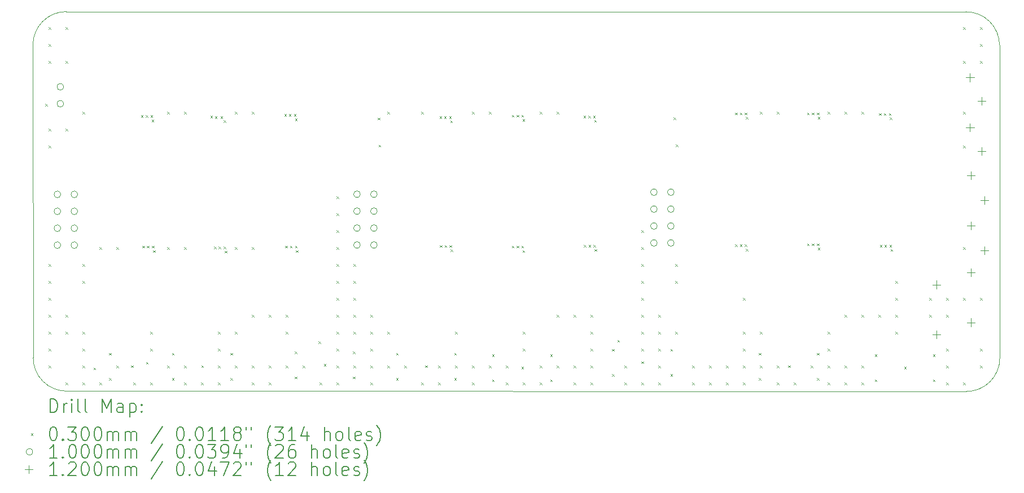
<source format=gbr>
%TF.GenerationSoftware,KiCad,Pcbnew,8.0.1*%
%TF.CreationDate,2024-05-07T00:07:34+05:00*%
%TF.ProjectId,PowerBoard,506f7765-7242-46f6-9172-642e6b696361,rev?*%
%TF.SameCoordinates,Original*%
%TF.FileFunction,Drillmap*%
%TF.FilePolarity,Positive*%
%FSLAX45Y45*%
G04 Gerber Fmt 4.5, Leading zero omitted, Abs format (unit mm)*
G04 Created by KiCad (PCBNEW 8.0.1) date 2024-05-07 00:07:34*
%MOMM*%
%LPD*%
G01*
G04 APERTURE LIST*
%ADD10C,0.050000*%
%ADD11C,0.200000*%
%ADD12C,0.100000*%
%ADD13C,0.120000*%
G04 APERTURE END LIST*
D10*
X20763553Y-15811447D02*
G75*
G02*
X20263553Y-15311447I-3J499997D01*
G01*
X34256447Y-10118553D02*
G75*
G02*
X34756447Y-10618553I3J-499997D01*
G01*
X34756447Y-10618553D02*
X34761447Y-15316447D01*
X20260000Y-10615000D02*
G75*
G02*
X20760000Y-10115000I500000J0D01*
G01*
X20263553Y-15311447D02*
X20260000Y-10615000D01*
X20760000Y-10115000D02*
X34256447Y-10118553D01*
X34761447Y-15316447D02*
G75*
G02*
X34261447Y-15816447I-499997J-3D01*
G01*
X34261447Y-15816447D02*
X20763553Y-15811447D01*
D11*
D12*
X20445000Y-11500000D02*
X20475000Y-11530000D01*
X20475000Y-11500000D02*
X20445000Y-11530000D01*
X20496500Y-10351500D02*
X20526500Y-10381500D01*
X20526500Y-10351500D02*
X20496500Y-10381500D01*
X20496500Y-10605500D02*
X20526500Y-10635500D01*
X20526500Y-10605500D02*
X20496500Y-10635500D01*
X20496500Y-10859500D02*
X20526500Y-10889500D01*
X20526500Y-10859500D02*
X20496500Y-10889500D01*
X20496500Y-11875500D02*
X20526500Y-11905500D01*
X20526500Y-11875500D02*
X20496500Y-11905500D01*
X20496500Y-12129500D02*
X20526500Y-12159500D01*
X20526500Y-12129500D02*
X20496500Y-12159500D01*
X20496500Y-13907500D02*
X20526500Y-13937500D01*
X20526500Y-13907500D02*
X20496500Y-13937500D01*
X20496500Y-14161500D02*
X20526500Y-14191500D01*
X20526500Y-14161500D02*
X20496500Y-14191500D01*
X20496500Y-14415500D02*
X20526500Y-14445500D01*
X20526500Y-14415500D02*
X20496500Y-14445500D01*
X20496500Y-14669500D02*
X20526500Y-14699500D01*
X20526500Y-14669500D02*
X20496500Y-14699500D01*
X20496500Y-14923500D02*
X20526500Y-14953500D01*
X20526500Y-14923500D02*
X20496500Y-14953500D01*
X20496500Y-15177500D02*
X20526500Y-15207500D01*
X20526500Y-15177500D02*
X20496500Y-15207500D01*
X20496500Y-15431500D02*
X20526500Y-15461500D01*
X20526500Y-15431500D02*
X20496500Y-15461500D01*
X20750500Y-10351500D02*
X20780500Y-10381500D01*
X20780500Y-10351500D02*
X20750500Y-10381500D01*
X20750500Y-10859500D02*
X20780500Y-10889500D01*
X20780500Y-10859500D02*
X20750500Y-10889500D01*
X20750500Y-11875500D02*
X20780500Y-11905500D01*
X20780500Y-11875500D02*
X20750500Y-11905500D01*
X20750500Y-14669500D02*
X20780500Y-14699500D01*
X20780500Y-14669500D02*
X20750500Y-14699500D01*
X20750500Y-14923500D02*
X20780500Y-14953500D01*
X20780500Y-14923500D02*
X20750500Y-14953500D01*
X20750500Y-15685500D02*
X20780500Y-15715500D01*
X20780500Y-15685500D02*
X20750500Y-15715500D01*
X21004500Y-11621500D02*
X21034500Y-11651500D01*
X21034500Y-11621500D02*
X21004500Y-11651500D01*
X21004500Y-13907500D02*
X21034500Y-13937500D01*
X21034500Y-13907500D02*
X21004500Y-13937500D01*
X21004500Y-14161500D02*
X21034500Y-14191500D01*
X21034500Y-14161500D02*
X21004500Y-14191500D01*
X21004500Y-14923500D02*
X21034500Y-14953500D01*
X21034500Y-14923500D02*
X21004500Y-14953500D01*
X21004500Y-15177500D02*
X21034500Y-15207500D01*
X21034500Y-15177500D02*
X21004500Y-15207500D01*
X21004500Y-15431500D02*
X21034500Y-15461500D01*
X21034500Y-15431500D02*
X21004500Y-15461500D01*
X21004500Y-15685500D02*
X21034500Y-15715500D01*
X21034500Y-15685500D02*
X21004500Y-15715500D01*
X21170000Y-15460000D02*
X21200000Y-15490000D01*
X21200000Y-15460000D02*
X21170000Y-15490000D01*
X21258500Y-13653500D02*
X21288500Y-13683500D01*
X21288500Y-13653500D02*
X21258500Y-13683500D01*
X21258500Y-15685500D02*
X21288500Y-15715500D01*
X21288500Y-15685500D02*
X21258500Y-15715500D01*
X21400000Y-15240000D02*
X21430000Y-15270000D01*
X21430000Y-15240000D02*
X21400000Y-15270000D01*
X21400000Y-15615000D02*
X21430000Y-15645000D01*
X21430000Y-15615000D02*
X21400000Y-15645000D01*
X21512500Y-13653500D02*
X21542500Y-13683500D01*
X21542500Y-13653500D02*
X21512500Y-13683500D01*
X21512500Y-15431500D02*
X21542500Y-15461500D01*
X21542500Y-15431500D02*
X21512500Y-15461500D01*
X21730000Y-15425000D02*
X21760000Y-15455000D01*
X21760000Y-15425000D02*
X21730000Y-15455000D01*
X21766500Y-15685500D02*
X21796500Y-15715500D01*
X21796500Y-15685500D02*
X21766500Y-15715500D01*
X21880000Y-11671875D02*
X21910000Y-11701875D01*
X21910000Y-11671875D02*
X21880000Y-11701875D01*
X21900000Y-13631875D02*
X21930000Y-13661875D01*
X21930000Y-13631875D02*
X21900000Y-13661875D01*
X21950000Y-11671875D02*
X21980000Y-11701875D01*
X21980000Y-11671875D02*
X21950000Y-11701875D01*
X21955000Y-15375000D02*
X21985000Y-15405000D01*
X21985000Y-15375000D02*
X21955000Y-15405000D01*
X21970000Y-13631875D02*
X22000000Y-13661875D01*
X22000000Y-13631875D02*
X21970000Y-13661875D01*
X22020500Y-14923500D02*
X22050500Y-14953500D01*
X22050500Y-14923500D02*
X22020500Y-14953500D01*
X22020500Y-15177500D02*
X22050500Y-15207500D01*
X22050500Y-15177500D02*
X22020500Y-15207500D01*
X22020500Y-15685500D02*
X22050500Y-15715500D01*
X22050500Y-15685500D02*
X22020500Y-15715500D01*
X22025000Y-11671875D02*
X22055000Y-11701875D01*
X22055000Y-11671875D02*
X22025000Y-11701875D01*
X22040000Y-11736875D02*
X22070000Y-11766875D01*
X22070000Y-11736875D02*
X22040000Y-11766875D01*
X22045000Y-13631875D02*
X22075000Y-13661875D01*
X22075000Y-13631875D02*
X22045000Y-13661875D01*
X22060000Y-13696875D02*
X22090000Y-13726875D01*
X22090000Y-13696875D02*
X22060000Y-13726875D01*
X22274500Y-11621500D02*
X22304500Y-11651500D01*
X22304500Y-11621500D02*
X22274500Y-11651500D01*
X22274500Y-13653500D02*
X22304500Y-13683500D01*
X22304500Y-13653500D02*
X22274500Y-13683500D01*
X22274500Y-15431500D02*
X22304500Y-15461500D01*
X22304500Y-15431500D02*
X22274500Y-15461500D01*
X22345000Y-15240000D02*
X22375000Y-15270000D01*
X22375000Y-15240000D02*
X22345000Y-15270000D01*
X22345000Y-15615000D02*
X22375000Y-15645000D01*
X22375000Y-15615000D02*
X22345000Y-15645000D01*
X22528500Y-11621500D02*
X22558500Y-11651500D01*
X22558500Y-11621500D02*
X22528500Y-11651500D01*
X22528500Y-13653500D02*
X22558500Y-13683500D01*
X22558500Y-13653500D02*
X22528500Y-13683500D01*
X22528500Y-15431500D02*
X22558500Y-15461500D01*
X22558500Y-15431500D02*
X22528500Y-15461500D01*
X22528500Y-15685500D02*
X22558500Y-15715500D01*
X22558500Y-15685500D02*
X22528500Y-15715500D01*
X22782500Y-15685500D02*
X22812500Y-15715500D01*
X22812500Y-15685500D02*
X22782500Y-15715500D01*
X22785000Y-15425000D02*
X22815000Y-15455000D01*
X22815000Y-15425000D02*
X22785000Y-15455000D01*
X22921250Y-11678750D02*
X22951250Y-11708750D01*
X22951250Y-11678750D02*
X22921250Y-11708750D01*
X22975000Y-13641875D02*
X23005000Y-13671875D01*
X23005000Y-13641875D02*
X22975000Y-13671875D01*
X22990000Y-11685000D02*
X23020000Y-11715000D01*
X23020000Y-11685000D02*
X22990000Y-11715000D01*
X23036500Y-14923500D02*
X23066500Y-14953500D01*
X23066500Y-14923500D02*
X23036500Y-14953500D01*
X23036500Y-15177500D02*
X23066500Y-15207500D01*
X23066500Y-15177500D02*
X23036500Y-15207500D01*
X23036500Y-15431500D02*
X23066500Y-15461500D01*
X23066500Y-15431500D02*
X23036500Y-15461500D01*
X23036500Y-15685500D02*
X23066500Y-15715500D01*
X23066500Y-15685500D02*
X23036500Y-15715500D01*
X23045000Y-13641875D02*
X23075000Y-13671875D01*
X23075000Y-13641875D02*
X23045000Y-13671875D01*
X23075000Y-11685000D02*
X23105000Y-11715000D01*
X23105000Y-11685000D02*
X23075000Y-11715000D01*
X23120000Y-11745000D02*
X23150000Y-11775000D01*
X23150000Y-11745000D02*
X23120000Y-11775000D01*
X23120000Y-13641875D02*
X23150000Y-13671875D01*
X23150000Y-13641875D02*
X23120000Y-13671875D01*
X23135000Y-13706875D02*
X23165000Y-13736875D01*
X23165000Y-13706875D02*
X23135000Y-13736875D01*
X23220000Y-15240000D02*
X23250000Y-15270000D01*
X23250000Y-15240000D02*
X23220000Y-15270000D01*
X23220000Y-15615000D02*
X23250000Y-15645000D01*
X23250000Y-15615000D02*
X23220000Y-15645000D01*
X23290500Y-11621500D02*
X23320500Y-11651500D01*
X23320500Y-11621500D02*
X23290500Y-11651500D01*
X23290500Y-13653500D02*
X23320500Y-13683500D01*
X23320500Y-13653500D02*
X23290500Y-13683500D01*
X23290500Y-14923500D02*
X23320500Y-14953500D01*
X23320500Y-14923500D02*
X23290500Y-14953500D01*
X23290500Y-15431500D02*
X23320500Y-15461500D01*
X23320500Y-15431500D02*
X23290500Y-15461500D01*
X23544500Y-11621500D02*
X23574500Y-11651500D01*
X23574500Y-11621500D02*
X23544500Y-11651500D01*
X23544500Y-13653500D02*
X23574500Y-13683500D01*
X23574500Y-13653500D02*
X23544500Y-13683500D01*
X23544500Y-14669500D02*
X23574500Y-14699500D01*
X23574500Y-14669500D02*
X23544500Y-14699500D01*
X23544500Y-15431500D02*
X23574500Y-15461500D01*
X23574500Y-15431500D02*
X23544500Y-15461500D01*
X23544500Y-15685500D02*
X23574500Y-15715500D01*
X23574500Y-15685500D02*
X23544500Y-15715500D01*
X23798500Y-14669500D02*
X23828500Y-14699500D01*
X23828500Y-14669500D02*
X23798500Y-14699500D01*
X23798500Y-15431500D02*
X23828500Y-15461500D01*
X23828500Y-15431500D02*
X23798500Y-15461500D01*
X23798500Y-15685500D02*
X23828500Y-15715500D01*
X23828500Y-15685500D02*
X23798500Y-15715500D01*
X24030000Y-11655000D02*
X24060000Y-11685000D01*
X24060000Y-11655000D02*
X24030000Y-11685000D01*
X24045000Y-13631875D02*
X24075000Y-13661875D01*
X24075000Y-13631875D02*
X24045000Y-13661875D01*
X24052500Y-14669500D02*
X24082500Y-14699500D01*
X24082500Y-14669500D02*
X24052500Y-14699500D01*
X24052500Y-14923500D02*
X24082500Y-14953500D01*
X24082500Y-14923500D02*
X24052500Y-14953500D01*
X24052500Y-15431500D02*
X24082500Y-15461500D01*
X24082500Y-15431500D02*
X24052500Y-15461500D01*
X24100000Y-11655000D02*
X24130000Y-11685000D01*
X24130000Y-11655000D02*
X24100000Y-11685000D01*
X24115000Y-13631875D02*
X24145000Y-13661875D01*
X24145000Y-13631875D02*
X24115000Y-13661875D01*
X24175000Y-11655000D02*
X24205000Y-11685000D01*
X24205000Y-11655000D02*
X24175000Y-11685000D01*
X24185000Y-15220000D02*
X24215000Y-15250000D01*
X24215000Y-15220000D02*
X24185000Y-15250000D01*
X24185000Y-15595000D02*
X24215000Y-15625000D01*
X24215000Y-15595000D02*
X24185000Y-15625000D01*
X24190000Y-11720000D02*
X24220000Y-11750000D01*
X24220000Y-11720000D02*
X24190000Y-11750000D01*
X24190000Y-13631875D02*
X24220000Y-13661875D01*
X24220000Y-13631875D02*
X24190000Y-13661875D01*
X24205000Y-13696875D02*
X24235000Y-13726875D01*
X24235000Y-13696875D02*
X24205000Y-13726875D01*
X24306500Y-15431500D02*
X24336500Y-15461500D01*
X24336500Y-15431500D02*
X24306500Y-15461500D01*
X24545000Y-15065000D02*
X24575000Y-15095000D01*
X24575000Y-15065000D02*
X24545000Y-15095000D01*
X24560500Y-15685500D02*
X24590500Y-15715500D01*
X24590500Y-15685500D02*
X24560500Y-15715500D01*
X24625000Y-15405000D02*
X24655000Y-15435000D01*
X24655000Y-15405000D02*
X24625000Y-15435000D01*
X24814500Y-12891500D02*
X24844500Y-12921500D01*
X24844500Y-12891500D02*
X24814500Y-12921500D01*
X24814500Y-13145500D02*
X24844500Y-13175500D01*
X24844500Y-13145500D02*
X24814500Y-13175500D01*
X24814500Y-13399500D02*
X24844500Y-13429500D01*
X24844500Y-13399500D02*
X24814500Y-13429500D01*
X24814500Y-13653500D02*
X24844500Y-13683500D01*
X24844500Y-13653500D02*
X24814500Y-13683500D01*
X24814500Y-13907500D02*
X24844500Y-13937500D01*
X24844500Y-13907500D02*
X24814500Y-13937500D01*
X24814500Y-14161500D02*
X24844500Y-14191500D01*
X24844500Y-14161500D02*
X24814500Y-14191500D01*
X24814500Y-14415500D02*
X24844500Y-14445500D01*
X24844500Y-14415500D02*
X24814500Y-14445500D01*
X24814500Y-14669500D02*
X24844500Y-14699500D01*
X24844500Y-14669500D02*
X24814500Y-14699500D01*
X24814500Y-14923500D02*
X24844500Y-14953500D01*
X24844500Y-14923500D02*
X24814500Y-14953500D01*
X24814500Y-15177500D02*
X24844500Y-15207500D01*
X24844500Y-15177500D02*
X24814500Y-15207500D01*
X24814500Y-15431500D02*
X24844500Y-15461500D01*
X24844500Y-15431500D02*
X24814500Y-15461500D01*
X24814500Y-15685500D02*
X24844500Y-15715500D01*
X24844500Y-15685500D02*
X24814500Y-15715500D01*
X25060000Y-15220000D02*
X25090000Y-15250000D01*
X25090000Y-15220000D02*
X25060000Y-15250000D01*
X25060000Y-15595000D02*
X25090000Y-15625000D01*
X25090000Y-15595000D02*
X25060000Y-15625000D01*
X25068500Y-13907500D02*
X25098500Y-13937500D01*
X25098500Y-13907500D02*
X25068500Y-13937500D01*
X25068500Y-14161500D02*
X25098500Y-14191500D01*
X25098500Y-14161500D02*
X25068500Y-14191500D01*
X25068500Y-14415500D02*
X25098500Y-14445500D01*
X25098500Y-14415500D02*
X25068500Y-14445500D01*
X25068500Y-14669500D02*
X25098500Y-14699500D01*
X25098500Y-14669500D02*
X25068500Y-14699500D01*
X25068500Y-14923500D02*
X25098500Y-14953500D01*
X25098500Y-14923500D02*
X25068500Y-14953500D01*
X25068500Y-15431500D02*
X25098500Y-15461500D01*
X25098500Y-15431500D02*
X25068500Y-15461500D01*
X25322500Y-14669500D02*
X25352500Y-14699500D01*
X25352500Y-14669500D02*
X25322500Y-14699500D01*
X25322500Y-14923500D02*
X25352500Y-14953500D01*
X25352500Y-14923500D02*
X25322500Y-14953500D01*
X25322500Y-15177500D02*
X25352500Y-15207500D01*
X25352500Y-15177500D02*
X25322500Y-15207500D01*
X25322500Y-15431500D02*
X25352500Y-15461500D01*
X25352500Y-15431500D02*
X25322500Y-15461500D01*
X25322500Y-15685500D02*
X25352500Y-15715500D01*
X25352500Y-15685500D02*
X25322500Y-15715500D01*
X25430000Y-11710000D02*
X25460000Y-11740000D01*
X25460000Y-11710000D02*
X25430000Y-11740000D01*
X25445000Y-12115000D02*
X25475000Y-12145000D01*
X25475000Y-12115000D02*
X25445000Y-12145000D01*
X25576500Y-11621500D02*
X25606500Y-11651500D01*
X25606500Y-11621500D02*
X25576500Y-11651500D01*
X25576500Y-14923500D02*
X25606500Y-14953500D01*
X25606500Y-14923500D02*
X25576500Y-14953500D01*
X25576500Y-15431500D02*
X25606500Y-15461500D01*
X25606500Y-15431500D02*
X25576500Y-15461500D01*
X25705000Y-15240000D02*
X25735000Y-15270000D01*
X25735000Y-15240000D02*
X25705000Y-15270000D01*
X25705000Y-15615000D02*
X25735000Y-15645000D01*
X25735000Y-15615000D02*
X25705000Y-15645000D01*
X25830500Y-15431500D02*
X25860500Y-15461500D01*
X25860500Y-15431500D02*
X25830500Y-15461500D01*
X26084500Y-11621500D02*
X26114500Y-11651500D01*
X26114500Y-11621500D02*
X26084500Y-11651500D01*
X26084500Y-15685500D02*
X26114500Y-15715500D01*
X26114500Y-15685500D02*
X26084500Y-15715500D01*
X26145000Y-15425000D02*
X26175000Y-15455000D01*
X26175000Y-15425000D02*
X26145000Y-15455000D01*
X26338500Y-15431500D02*
X26368500Y-15461500D01*
X26368500Y-15431500D02*
X26338500Y-15461500D01*
X26338500Y-15685500D02*
X26368500Y-15715500D01*
X26368500Y-15685500D02*
X26338500Y-15715500D01*
X26358233Y-11686681D02*
X26388233Y-11716681D01*
X26388233Y-11686681D02*
X26358233Y-11716681D01*
X26363233Y-13621681D02*
X26393233Y-13651681D01*
X26393233Y-13621681D02*
X26363233Y-13651681D01*
X26428233Y-11686681D02*
X26458233Y-11716681D01*
X26458233Y-11686681D02*
X26428233Y-11716681D01*
X26433233Y-13621681D02*
X26463233Y-13651681D01*
X26463233Y-13621681D02*
X26433233Y-13651681D01*
X26503233Y-11686681D02*
X26533233Y-11716681D01*
X26533233Y-11686681D02*
X26503233Y-11716681D01*
X26508233Y-13621681D02*
X26538233Y-13651681D01*
X26538233Y-13621681D02*
X26508233Y-13651681D01*
X26518233Y-11751681D02*
X26548233Y-11781681D01*
X26548233Y-11751681D02*
X26518233Y-11781681D01*
X26523233Y-13686681D02*
X26553233Y-13716681D01*
X26553233Y-13686681D02*
X26523233Y-13716681D01*
X26580000Y-15240000D02*
X26610000Y-15270000D01*
X26610000Y-15240000D02*
X26580000Y-15270000D01*
X26580000Y-15615000D02*
X26610000Y-15645000D01*
X26610000Y-15615000D02*
X26580000Y-15645000D01*
X26592500Y-14923500D02*
X26622500Y-14953500D01*
X26622500Y-14923500D02*
X26592500Y-14953500D01*
X26592500Y-15431500D02*
X26622500Y-15461500D01*
X26622500Y-15431500D02*
X26592500Y-15461500D01*
X26846500Y-11621500D02*
X26876500Y-11651500D01*
X26876500Y-11621500D02*
X26846500Y-11651500D01*
X26846500Y-15431500D02*
X26876500Y-15461500D01*
X26876500Y-15431500D02*
X26846500Y-15461500D01*
X26846500Y-15685500D02*
X26876500Y-15715500D01*
X26876500Y-15685500D02*
X26846500Y-15715500D01*
X27100500Y-11621500D02*
X27130500Y-11651500D01*
X27130500Y-11621500D02*
X27100500Y-11651500D01*
X27100500Y-15431500D02*
X27130500Y-15461500D01*
X27130500Y-15431500D02*
X27100500Y-15461500D01*
X27145000Y-15260000D02*
X27175000Y-15290000D01*
X27175000Y-15260000D02*
X27145000Y-15290000D01*
X27145000Y-15635000D02*
X27175000Y-15665000D01*
X27175000Y-15635000D02*
X27145000Y-15665000D01*
X27354500Y-15431500D02*
X27384500Y-15461500D01*
X27384500Y-15431500D02*
X27354500Y-15461500D01*
X27354500Y-15685500D02*
X27384500Y-15715500D01*
X27384500Y-15685500D02*
X27354500Y-15715500D01*
X27443233Y-11666681D02*
X27473233Y-11696681D01*
X27473233Y-11666681D02*
X27443233Y-11696681D01*
X27443233Y-13631681D02*
X27473233Y-13661681D01*
X27473233Y-13631681D02*
X27443233Y-13661681D01*
X27513233Y-11666681D02*
X27543233Y-11696681D01*
X27543233Y-11666681D02*
X27513233Y-11696681D01*
X27513233Y-13631681D02*
X27543233Y-13661681D01*
X27543233Y-13631681D02*
X27513233Y-13661681D01*
X27585000Y-15445000D02*
X27615000Y-15475000D01*
X27615000Y-15445000D02*
X27585000Y-15475000D01*
X27588233Y-11666681D02*
X27618233Y-11696681D01*
X27618233Y-11666681D02*
X27588233Y-11696681D01*
X27588233Y-13631681D02*
X27618233Y-13661681D01*
X27618233Y-13631681D02*
X27588233Y-13661681D01*
X27603233Y-11731681D02*
X27633233Y-11761681D01*
X27633233Y-11731681D02*
X27603233Y-11761681D01*
X27603233Y-13696681D02*
X27633233Y-13726681D01*
X27633233Y-13696681D02*
X27603233Y-13726681D01*
X27608500Y-14923500D02*
X27638500Y-14953500D01*
X27638500Y-14923500D02*
X27608500Y-14953500D01*
X27608500Y-15177500D02*
X27638500Y-15207500D01*
X27638500Y-15177500D02*
X27608500Y-15207500D01*
X27608500Y-15685500D02*
X27638500Y-15715500D01*
X27638500Y-15685500D02*
X27608500Y-15715500D01*
X27862500Y-11621500D02*
X27892500Y-11651500D01*
X27892500Y-11621500D02*
X27862500Y-11651500D01*
X27862500Y-15431500D02*
X27892500Y-15461500D01*
X27892500Y-15431500D02*
X27862500Y-15461500D01*
X27862500Y-15685500D02*
X27892500Y-15715500D01*
X27892500Y-15685500D02*
X27862500Y-15715500D01*
X28020000Y-15260000D02*
X28050000Y-15290000D01*
X28050000Y-15260000D02*
X28020000Y-15290000D01*
X28020000Y-15635000D02*
X28050000Y-15665000D01*
X28050000Y-15635000D02*
X28020000Y-15665000D01*
X28116500Y-11621500D02*
X28146500Y-11651500D01*
X28146500Y-11621500D02*
X28116500Y-11651500D01*
X28116500Y-14669500D02*
X28146500Y-14699500D01*
X28146500Y-14669500D02*
X28116500Y-14699500D01*
X28116500Y-15431500D02*
X28146500Y-15461500D01*
X28146500Y-15431500D02*
X28116500Y-15461500D01*
X28370500Y-14669500D02*
X28400500Y-14699500D01*
X28400500Y-14669500D02*
X28370500Y-14699500D01*
X28370500Y-15431500D02*
X28400500Y-15461500D01*
X28400500Y-15431500D02*
X28370500Y-15461500D01*
X28370500Y-15685500D02*
X28400500Y-15715500D01*
X28400500Y-15685500D02*
X28370500Y-15715500D01*
X28518233Y-11676681D02*
X28548233Y-11706681D01*
X28548233Y-11676681D02*
X28518233Y-11706681D01*
X28523233Y-13616681D02*
X28553233Y-13646681D01*
X28553233Y-13616681D02*
X28523233Y-13646681D01*
X28588233Y-11676681D02*
X28618233Y-11706681D01*
X28618233Y-11676681D02*
X28588233Y-11706681D01*
X28593233Y-13616681D02*
X28623233Y-13646681D01*
X28623233Y-13616681D02*
X28593233Y-13646681D01*
X28624500Y-14669500D02*
X28654500Y-14699500D01*
X28654500Y-14669500D02*
X28624500Y-14699500D01*
X28624500Y-14923500D02*
X28654500Y-14953500D01*
X28654500Y-14923500D02*
X28624500Y-14953500D01*
X28624500Y-15177500D02*
X28654500Y-15207500D01*
X28654500Y-15177500D02*
X28624500Y-15207500D01*
X28624500Y-15431500D02*
X28654500Y-15461500D01*
X28654500Y-15431500D02*
X28624500Y-15461500D01*
X28624500Y-15685500D02*
X28654500Y-15715500D01*
X28654500Y-15685500D02*
X28624500Y-15715500D01*
X28663233Y-11676681D02*
X28693233Y-11706681D01*
X28693233Y-11676681D02*
X28663233Y-11706681D01*
X28668233Y-13616681D02*
X28698233Y-13646681D01*
X28698233Y-13616681D02*
X28668233Y-13646681D01*
X28678233Y-11741681D02*
X28708233Y-11771681D01*
X28708233Y-11741681D02*
X28678233Y-11771681D01*
X28683233Y-13681681D02*
X28713233Y-13711681D01*
X28713233Y-13681681D02*
X28683233Y-13711681D01*
X28945000Y-15180000D02*
X28975000Y-15210000D01*
X28975000Y-15180000D02*
X28945000Y-15210000D01*
X28945000Y-15555000D02*
X28975000Y-15585000D01*
X28975000Y-15555000D02*
X28945000Y-15585000D01*
X29025000Y-15045000D02*
X29055000Y-15075000D01*
X29055000Y-15045000D02*
X29025000Y-15075000D01*
X29132500Y-15431500D02*
X29162500Y-15461500D01*
X29162500Y-15431500D02*
X29132500Y-15461500D01*
X29132500Y-15685500D02*
X29162500Y-15715500D01*
X29162500Y-15685500D02*
X29132500Y-15715500D01*
X29385000Y-15365000D02*
X29415000Y-15395000D01*
X29415000Y-15365000D02*
X29385000Y-15395000D01*
X29386500Y-13399500D02*
X29416500Y-13429500D01*
X29416500Y-13399500D02*
X29386500Y-13429500D01*
X29386500Y-13653500D02*
X29416500Y-13683500D01*
X29416500Y-13653500D02*
X29386500Y-13683500D01*
X29386500Y-13907500D02*
X29416500Y-13937500D01*
X29416500Y-13907500D02*
X29386500Y-13937500D01*
X29386500Y-14161500D02*
X29416500Y-14191500D01*
X29416500Y-14161500D02*
X29386500Y-14191500D01*
X29386500Y-14415500D02*
X29416500Y-14445500D01*
X29416500Y-14415500D02*
X29386500Y-14445500D01*
X29386500Y-14669500D02*
X29416500Y-14699500D01*
X29416500Y-14669500D02*
X29386500Y-14699500D01*
X29386500Y-14923500D02*
X29416500Y-14953500D01*
X29416500Y-14923500D02*
X29386500Y-14953500D01*
X29386500Y-15177500D02*
X29416500Y-15207500D01*
X29416500Y-15177500D02*
X29386500Y-15207500D01*
X29386500Y-15685500D02*
X29416500Y-15715500D01*
X29416500Y-15685500D02*
X29386500Y-15715500D01*
X29640500Y-14669500D02*
X29670500Y-14699500D01*
X29670500Y-14669500D02*
X29640500Y-14699500D01*
X29640500Y-14923500D02*
X29670500Y-14953500D01*
X29670500Y-14923500D02*
X29640500Y-14953500D01*
X29640500Y-15177500D02*
X29670500Y-15207500D01*
X29670500Y-15177500D02*
X29640500Y-15207500D01*
X29640500Y-15431500D02*
X29670500Y-15461500D01*
X29670500Y-15431500D02*
X29640500Y-15461500D01*
X29640500Y-15685500D02*
X29670500Y-15715500D01*
X29670500Y-15685500D02*
X29640500Y-15715500D01*
X29820000Y-15180000D02*
X29850000Y-15210000D01*
X29850000Y-15180000D02*
X29820000Y-15210000D01*
X29820000Y-15555000D02*
X29850000Y-15585000D01*
X29850000Y-15555000D02*
X29820000Y-15585000D01*
X29870000Y-11705000D02*
X29900000Y-11735000D01*
X29900000Y-11705000D02*
X29870000Y-11735000D01*
X29894500Y-13907500D02*
X29924500Y-13937500D01*
X29924500Y-13907500D02*
X29894500Y-13937500D01*
X29894500Y-14161500D02*
X29924500Y-14191500D01*
X29924500Y-14161500D02*
X29894500Y-14191500D01*
X29894500Y-14923500D02*
X29924500Y-14953500D01*
X29924500Y-14923500D02*
X29894500Y-14953500D01*
X29900000Y-12110000D02*
X29930000Y-12140000D01*
X29930000Y-12110000D02*
X29900000Y-12140000D01*
X30148500Y-15431500D02*
X30178500Y-15461500D01*
X30178500Y-15431500D02*
X30148500Y-15461500D01*
X30148500Y-15685500D02*
X30178500Y-15715500D01*
X30178500Y-15685500D02*
X30148500Y-15715500D01*
X30402500Y-15431500D02*
X30432500Y-15461500D01*
X30432500Y-15431500D02*
X30402500Y-15461500D01*
X30402500Y-15685500D02*
X30432500Y-15715500D01*
X30432500Y-15685500D02*
X30402500Y-15715500D01*
X30656500Y-15431500D02*
X30686500Y-15461500D01*
X30686500Y-15431500D02*
X30656500Y-15461500D01*
X30656500Y-15685500D02*
X30686500Y-15715500D01*
X30686500Y-15685500D02*
X30656500Y-15715500D01*
X30792233Y-11630681D02*
X30822233Y-11660681D01*
X30822233Y-11630681D02*
X30792233Y-11660681D01*
X30792233Y-13610681D02*
X30822233Y-13640681D01*
X30822233Y-13610681D02*
X30792233Y-13640681D01*
X30862233Y-11630681D02*
X30892233Y-11660681D01*
X30892233Y-11630681D02*
X30862233Y-11660681D01*
X30862233Y-13610681D02*
X30892233Y-13640681D01*
X30892233Y-13610681D02*
X30862233Y-13640681D01*
X30910500Y-14415500D02*
X30940500Y-14445500D01*
X30940500Y-14415500D02*
X30910500Y-14445500D01*
X30910500Y-14923500D02*
X30940500Y-14953500D01*
X30940500Y-14923500D02*
X30910500Y-14953500D01*
X30910500Y-15177500D02*
X30940500Y-15207500D01*
X30940500Y-15177500D02*
X30910500Y-15207500D01*
X30910500Y-15431500D02*
X30940500Y-15461500D01*
X30940500Y-15431500D02*
X30910500Y-15461500D01*
X30910500Y-15685500D02*
X30940500Y-15715500D01*
X30940500Y-15685500D02*
X30910500Y-15715500D01*
X30937233Y-11630681D02*
X30967233Y-11660681D01*
X30967233Y-11630681D02*
X30937233Y-11660681D01*
X30937233Y-13610681D02*
X30967233Y-13640681D01*
X30967233Y-13610681D02*
X30937233Y-13640681D01*
X30952233Y-11695681D02*
X30982233Y-11725681D01*
X30982233Y-11695681D02*
X30952233Y-11725681D01*
X30952233Y-13675681D02*
X30982233Y-13705681D01*
X30982233Y-13675681D02*
X30952233Y-13705681D01*
X31145000Y-15240000D02*
X31175000Y-15270000D01*
X31175000Y-15240000D02*
X31145000Y-15270000D01*
X31145000Y-15615000D02*
X31175000Y-15645000D01*
X31175000Y-15615000D02*
X31145000Y-15645000D01*
X31164500Y-11621500D02*
X31194500Y-11651500D01*
X31194500Y-11621500D02*
X31164500Y-11651500D01*
X31164500Y-14923500D02*
X31194500Y-14953500D01*
X31194500Y-14923500D02*
X31164500Y-14953500D01*
X31164500Y-15431500D02*
X31194500Y-15461500D01*
X31194500Y-15431500D02*
X31164500Y-15461500D01*
X31418500Y-11621500D02*
X31448500Y-11651500D01*
X31448500Y-11621500D02*
X31418500Y-11651500D01*
X31418500Y-15431500D02*
X31448500Y-15461500D01*
X31448500Y-15431500D02*
X31418500Y-15461500D01*
X31418500Y-15685500D02*
X31448500Y-15715500D01*
X31448500Y-15685500D02*
X31418500Y-15715500D01*
X31585000Y-15425000D02*
X31615000Y-15455000D01*
X31615000Y-15425000D02*
X31585000Y-15455000D01*
X31672500Y-15685500D02*
X31702500Y-15715500D01*
X31702500Y-15685500D02*
X31672500Y-15715500D01*
X31872233Y-11630681D02*
X31902233Y-11660681D01*
X31902233Y-11630681D02*
X31872233Y-11660681D01*
X31872233Y-13595681D02*
X31902233Y-13625681D01*
X31902233Y-13595681D02*
X31872233Y-13625681D01*
X31926500Y-15431500D02*
X31956500Y-15461500D01*
X31956500Y-15431500D02*
X31926500Y-15461500D01*
X31942233Y-11630681D02*
X31972233Y-11660681D01*
X31972233Y-11630681D02*
X31942233Y-11660681D01*
X31942233Y-13595681D02*
X31972233Y-13625681D01*
X31972233Y-13595681D02*
X31942233Y-13625681D01*
X32017233Y-11630681D02*
X32047233Y-11660681D01*
X32047233Y-11630681D02*
X32017233Y-11660681D01*
X32017233Y-13595681D02*
X32047233Y-13625681D01*
X32047233Y-13595681D02*
X32017233Y-13625681D01*
X32020000Y-15240000D02*
X32050000Y-15270000D01*
X32050000Y-15240000D02*
X32020000Y-15270000D01*
X32020000Y-15615000D02*
X32050000Y-15645000D01*
X32050000Y-15615000D02*
X32020000Y-15645000D01*
X32032233Y-11695681D02*
X32062233Y-11725681D01*
X32062233Y-11695681D02*
X32032233Y-11725681D01*
X32032233Y-13660681D02*
X32062233Y-13690681D01*
X32062233Y-13660681D02*
X32032233Y-13690681D01*
X32180500Y-11621500D02*
X32210500Y-11651500D01*
X32210500Y-11621500D02*
X32180500Y-11651500D01*
X32180500Y-14923500D02*
X32210500Y-14953500D01*
X32210500Y-14923500D02*
X32180500Y-14953500D01*
X32180500Y-15177500D02*
X32210500Y-15207500D01*
X32210500Y-15177500D02*
X32180500Y-15207500D01*
X32180500Y-15431500D02*
X32210500Y-15461500D01*
X32210500Y-15431500D02*
X32180500Y-15461500D01*
X32180500Y-15685500D02*
X32210500Y-15715500D01*
X32210500Y-15685500D02*
X32180500Y-15715500D01*
X32434500Y-11621500D02*
X32464500Y-11651500D01*
X32464500Y-11621500D02*
X32434500Y-11651500D01*
X32434500Y-14669500D02*
X32464500Y-14699500D01*
X32464500Y-14669500D02*
X32434500Y-14699500D01*
X32434500Y-15431500D02*
X32464500Y-15461500D01*
X32464500Y-15431500D02*
X32434500Y-15461500D01*
X32434500Y-15685500D02*
X32464500Y-15715500D01*
X32464500Y-15685500D02*
X32434500Y-15715500D01*
X32688500Y-11621500D02*
X32718500Y-11651500D01*
X32718500Y-11621500D02*
X32688500Y-11651500D01*
X32688500Y-14669500D02*
X32718500Y-14699500D01*
X32718500Y-14669500D02*
X32688500Y-14699500D01*
X32688500Y-15431500D02*
X32718500Y-15461500D01*
X32718500Y-15431500D02*
X32688500Y-15461500D01*
X32688500Y-15685500D02*
X32718500Y-15715500D01*
X32718500Y-15685500D02*
X32688500Y-15715500D01*
X32885000Y-15260000D02*
X32915000Y-15290000D01*
X32915000Y-15260000D02*
X32885000Y-15290000D01*
X32885000Y-15635000D02*
X32915000Y-15665000D01*
X32915000Y-15635000D02*
X32885000Y-15665000D01*
X32942500Y-14669500D02*
X32972500Y-14699500D01*
X32972500Y-14669500D02*
X32942500Y-14699500D01*
X32952233Y-11640681D02*
X32982233Y-11670681D01*
X32982233Y-11640681D02*
X32952233Y-11670681D01*
X32962233Y-13615681D02*
X32992233Y-13645681D01*
X32992233Y-13615681D02*
X32962233Y-13645681D01*
X33022233Y-11640681D02*
X33052233Y-11670681D01*
X33052233Y-11640681D02*
X33022233Y-11670681D01*
X33032233Y-13615681D02*
X33062233Y-13645681D01*
X33062233Y-13615681D02*
X33032233Y-13645681D01*
X33097233Y-11640681D02*
X33127233Y-11670681D01*
X33127233Y-11640681D02*
X33097233Y-11670681D01*
X33107233Y-13615681D02*
X33137233Y-13645681D01*
X33137233Y-13615681D02*
X33107233Y-13645681D01*
X33112233Y-11705681D02*
X33142233Y-11735681D01*
X33142233Y-11705681D02*
X33112233Y-11735681D01*
X33122233Y-13680681D02*
X33152233Y-13710681D01*
X33152233Y-13680681D02*
X33122233Y-13710681D01*
X33196500Y-14161500D02*
X33226500Y-14191500D01*
X33226500Y-14161500D02*
X33196500Y-14191500D01*
X33196500Y-14415500D02*
X33226500Y-14445500D01*
X33226500Y-14415500D02*
X33196500Y-14445500D01*
X33196500Y-14669500D02*
X33226500Y-14699500D01*
X33226500Y-14669500D02*
X33196500Y-14699500D01*
X33196500Y-14923500D02*
X33226500Y-14953500D01*
X33226500Y-14923500D02*
X33196500Y-14953500D01*
X33325000Y-15445000D02*
X33355000Y-15475000D01*
X33355000Y-15445000D02*
X33325000Y-15475000D01*
X33704500Y-14415500D02*
X33734500Y-14445500D01*
X33734500Y-14415500D02*
X33704500Y-14445500D01*
X33704500Y-14669500D02*
X33734500Y-14699500D01*
X33734500Y-14669500D02*
X33704500Y-14699500D01*
X33760000Y-15260000D02*
X33790000Y-15290000D01*
X33790000Y-15260000D02*
X33760000Y-15290000D01*
X33760000Y-15635000D02*
X33790000Y-15665000D01*
X33790000Y-15635000D02*
X33760000Y-15665000D01*
X33958500Y-14415500D02*
X33988500Y-14445500D01*
X33988500Y-14415500D02*
X33958500Y-14445500D01*
X33958500Y-14669500D02*
X33988500Y-14699500D01*
X33988500Y-14669500D02*
X33958500Y-14699500D01*
X33958500Y-15177500D02*
X33988500Y-15207500D01*
X33988500Y-15177500D02*
X33958500Y-15207500D01*
X33958500Y-15431500D02*
X33988500Y-15461500D01*
X33988500Y-15431500D02*
X33958500Y-15461500D01*
X33958500Y-15685500D02*
X33988500Y-15715500D01*
X33988500Y-15685500D02*
X33958500Y-15715500D01*
X34212500Y-10351500D02*
X34242500Y-10381500D01*
X34242500Y-10351500D02*
X34212500Y-10381500D01*
X34212500Y-10859500D02*
X34242500Y-10889500D01*
X34242500Y-10859500D02*
X34212500Y-10889500D01*
X34212500Y-11621500D02*
X34242500Y-11651500D01*
X34242500Y-11621500D02*
X34212500Y-11651500D01*
X34212500Y-12129500D02*
X34242500Y-12159500D01*
X34242500Y-12129500D02*
X34212500Y-12159500D01*
X34212500Y-13653500D02*
X34242500Y-13683500D01*
X34242500Y-13653500D02*
X34212500Y-13683500D01*
X34212500Y-14415500D02*
X34242500Y-14445500D01*
X34242500Y-14415500D02*
X34212500Y-14445500D01*
X34212500Y-15685500D02*
X34242500Y-15715500D01*
X34242500Y-15685500D02*
X34212500Y-15715500D01*
X34466500Y-10351500D02*
X34496500Y-10381500D01*
X34496500Y-10351500D02*
X34466500Y-10381500D01*
X34466500Y-10605500D02*
X34496500Y-10635500D01*
X34496500Y-10605500D02*
X34466500Y-10635500D01*
X34466500Y-10859500D02*
X34496500Y-10889500D01*
X34496500Y-10859500D02*
X34466500Y-10889500D01*
X34466500Y-14415500D02*
X34496500Y-14445500D01*
X34496500Y-14415500D02*
X34466500Y-14445500D01*
X34466500Y-15177500D02*
X34496500Y-15207500D01*
X34496500Y-15177500D02*
X34466500Y-15207500D01*
X34466500Y-15431500D02*
X34496500Y-15461500D01*
X34496500Y-15431500D02*
X34466500Y-15461500D01*
X20676000Y-12858000D02*
G75*
G02*
X20576000Y-12858000I-50000J0D01*
G01*
X20576000Y-12858000D02*
G75*
G02*
X20676000Y-12858000I50000J0D01*
G01*
X20676000Y-13112000D02*
G75*
G02*
X20576000Y-13112000I-50000J0D01*
G01*
X20576000Y-13112000D02*
G75*
G02*
X20676000Y-13112000I50000J0D01*
G01*
X20676000Y-13366000D02*
G75*
G02*
X20576000Y-13366000I-50000J0D01*
G01*
X20576000Y-13366000D02*
G75*
G02*
X20676000Y-13366000I50000J0D01*
G01*
X20676000Y-13620000D02*
G75*
G02*
X20576000Y-13620000I-50000J0D01*
G01*
X20576000Y-13620000D02*
G75*
G02*
X20676000Y-13620000I50000J0D01*
G01*
X20720000Y-11243500D02*
G75*
G02*
X20620000Y-11243500I-50000J0D01*
G01*
X20620000Y-11243500D02*
G75*
G02*
X20720000Y-11243500I50000J0D01*
G01*
X20720000Y-11497500D02*
G75*
G02*
X20620000Y-11497500I-50000J0D01*
G01*
X20620000Y-11497500D02*
G75*
G02*
X20720000Y-11497500I50000J0D01*
G01*
X20930000Y-12858000D02*
G75*
G02*
X20830000Y-12858000I-50000J0D01*
G01*
X20830000Y-12858000D02*
G75*
G02*
X20930000Y-12858000I50000J0D01*
G01*
X20930000Y-13112000D02*
G75*
G02*
X20830000Y-13112000I-50000J0D01*
G01*
X20830000Y-13112000D02*
G75*
G02*
X20930000Y-13112000I50000J0D01*
G01*
X20930000Y-13366000D02*
G75*
G02*
X20830000Y-13366000I-50000J0D01*
G01*
X20830000Y-13366000D02*
G75*
G02*
X20930000Y-13366000I50000J0D01*
G01*
X20930000Y-13620000D02*
G75*
G02*
X20830000Y-13620000I-50000J0D01*
G01*
X20830000Y-13620000D02*
G75*
G02*
X20930000Y-13620000I50000J0D01*
G01*
X25169233Y-12856806D02*
G75*
G02*
X25069233Y-12856806I-50000J0D01*
G01*
X25069233Y-12856806D02*
G75*
G02*
X25169233Y-12856806I50000J0D01*
G01*
X25169233Y-13110806D02*
G75*
G02*
X25069233Y-13110806I-50000J0D01*
G01*
X25069233Y-13110806D02*
G75*
G02*
X25169233Y-13110806I50000J0D01*
G01*
X25169233Y-13364806D02*
G75*
G02*
X25069233Y-13364806I-50000J0D01*
G01*
X25069233Y-13364806D02*
G75*
G02*
X25169233Y-13364806I50000J0D01*
G01*
X25169233Y-13618806D02*
G75*
G02*
X25069233Y-13618806I-50000J0D01*
G01*
X25069233Y-13618806D02*
G75*
G02*
X25169233Y-13618806I50000J0D01*
G01*
X25423233Y-12856806D02*
G75*
G02*
X25323233Y-12856806I-50000J0D01*
G01*
X25323233Y-12856806D02*
G75*
G02*
X25423233Y-12856806I50000J0D01*
G01*
X25423233Y-13110806D02*
G75*
G02*
X25323233Y-13110806I-50000J0D01*
G01*
X25323233Y-13110806D02*
G75*
G02*
X25423233Y-13110806I50000J0D01*
G01*
X25423233Y-13364806D02*
G75*
G02*
X25323233Y-13364806I-50000J0D01*
G01*
X25323233Y-13364806D02*
G75*
G02*
X25423233Y-13364806I50000J0D01*
G01*
X25423233Y-13618806D02*
G75*
G02*
X25323233Y-13618806I-50000J0D01*
G01*
X25323233Y-13618806D02*
G75*
G02*
X25423233Y-13618806I50000J0D01*
G01*
X29623233Y-12825806D02*
G75*
G02*
X29523233Y-12825806I-50000J0D01*
G01*
X29523233Y-12825806D02*
G75*
G02*
X29623233Y-12825806I50000J0D01*
G01*
X29623233Y-13079806D02*
G75*
G02*
X29523233Y-13079806I-50000J0D01*
G01*
X29523233Y-13079806D02*
G75*
G02*
X29623233Y-13079806I50000J0D01*
G01*
X29623233Y-13333806D02*
G75*
G02*
X29523233Y-13333806I-50000J0D01*
G01*
X29523233Y-13333806D02*
G75*
G02*
X29623233Y-13333806I50000J0D01*
G01*
X29623233Y-13587806D02*
G75*
G02*
X29523233Y-13587806I-50000J0D01*
G01*
X29523233Y-13587806D02*
G75*
G02*
X29623233Y-13587806I50000J0D01*
G01*
X29877233Y-12825806D02*
G75*
G02*
X29777233Y-12825806I-50000J0D01*
G01*
X29777233Y-12825806D02*
G75*
G02*
X29877233Y-12825806I50000J0D01*
G01*
X29877233Y-13079806D02*
G75*
G02*
X29777233Y-13079806I-50000J0D01*
G01*
X29777233Y-13079806D02*
G75*
G02*
X29877233Y-13079806I50000J0D01*
G01*
X29877233Y-13333806D02*
G75*
G02*
X29777233Y-13333806I-50000J0D01*
G01*
X29777233Y-13333806D02*
G75*
G02*
X29877233Y-13333806I50000J0D01*
G01*
X29877233Y-13587806D02*
G75*
G02*
X29777233Y-13587806I-50000J0D01*
G01*
X29777233Y-13587806D02*
G75*
G02*
X29877233Y-13587806I50000J0D01*
G01*
D13*
X33809875Y-14153000D02*
X33809875Y-14273000D01*
X33749875Y-14213000D02*
X33869875Y-14213000D01*
X33809875Y-14903000D02*
X33809875Y-15023000D01*
X33749875Y-14963000D02*
X33869875Y-14963000D01*
X34315000Y-11045000D02*
X34315000Y-11165000D01*
X34255000Y-11105000D02*
X34375000Y-11105000D01*
X34315000Y-11795000D02*
X34315000Y-11915000D01*
X34255000Y-11855000D02*
X34375000Y-11855000D01*
X34325000Y-12515000D02*
X34325000Y-12635000D01*
X34265000Y-12575000D02*
X34385000Y-12575000D01*
X34325000Y-13265000D02*
X34325000Y-13385000D01*
X34265000Y-13325000D02*
X34385000Y-13325000D01*
X34325000Y-13970000D02*
X34325000Y-14090000D01*
X34265000Y-14030000D02*
X34385000Y-14030000D01*
X34325000Y-14720000D02*
X34325000Y-14840000D01*
X34265000Y-14780000D02*
X34385000Y-14780000D01*
X34492000Y-11400000D02*
X34492000Y-11520000D01*
X34432000Y-11460000D02*
X34552000Y-11460000D01*
X34492000Y-12150000D02*
X34492000Y-12270000D01*
X34432000Y-12210000D02*
X34552000Y-12210000D01*
X34529875Y-12888000D02*
X34529875Y-13008000D01*
X34469875Y-12948000D02*
X34589875Y-12948000D01*
X34529875Y-13638000D02*
X34529875Y-13758000D01*
X34469875Y-13698000D02*
X34589875Y-13698000D01*
D11*
X20518277Y-16130430D02*
X20518277Y-15930430D01*
X20518277Y-15930430D02*
X20565896Y-15930430D01*
X20565896Y-15930430D02*
X20594467Y-15939954D01*
X20594467Y-15939954D02*
X20613515Y-15959002D01*
X20613515Y-15959002D02*
X20623039Y-15978049D01*
X20623039Y-15978049D02*
X20632563Y-16016145D01*
X20632563Y-16016145D02*
X20632563Y-16044716D01*
X20632563Y-16044716D02*
X20623039Y-16082811D01*
X20623039Y-16082811D02*
X20613515Y-16101859D01*
X20613515Y-16101859D02*
X20594467Y-16120907D01*
X20594467Y-16120907D02*
X20565896Y-16130430D01*
X20565896Y-16130430D02*
X20518277Y-16130430D01*
X20718277Y-16130430D02*
X20718277Y-15997097D01*
X20718277Y-16035192D02*
X20727801Y-16016145D01*
X20727801Y-16016145D02*
X20737324Y-16006621D01*
X20737324Y-16006621D02*
X20756372Y-15997097D01*
X20756372Y-15997097D02*
X20775420Y-15997097D01*
X20842086Y-16130430D02*
X20842086Y-15997097D01*
X20842086Y-15930430D02*
X20832563Y-15939954D01*
X20832563Y-15939954D02*
X20842086Y-15949478D01*
X20842086Y-15949478D02*
X20851610Y-15939954D01*
X20851610Y-15939954D02*
X20842086Y-15930430D01*
X20842086Y-15930430D02*
X20842086Y-15949478D01*
X20965896Y-16130430D02*
X20946848Y-16120907D01*
X20946848Y-16120907D02*
X20937324Y-16101859D01*
X20937324Y-16101859D02*
X20937324Y-15930430D01*
X21070658Y-16130430D02*
X21051610Y-16120907D01*
X21051610Y-16120907D02*
X21042086Y-16101859D01*
X21042086Y-16101859D02*
X21042086Y-15930430D01*
X21299229Y-16130430D02*
X21299229Y-15930430D01*
X21299229Y-15930430D02*
X21365896Y-16073287D01*
X21365896Y-16073287D02*
X21432563Y-15930430D01*
X21432563Y-15930430D02*
X21432563Y-16130430D01*
X21613515Y-16130430D02*
X21613515Y-16025668D01*
X21613515Y-16025668D02*
X21603991Y-16006621D01*
X21603991Y-16006621D02*
X21584944Y-15997097D01*
X21584944Y-15997097D02*
X21546848Y-15997097D01*
X21546848Y-15997097D02*
X21527801Y-16006621D01*
X21613515Y-16120907D02*
X21594467Y-16130430D01*
X21594467Y-16130430D02*
X21546848Y-16130430D01*
X21546848Y-16130430D02*
X21527801Y-16120907D01*
X21527801Y-16120907D02*
X21518277Y-16101859D01*
X21518277Y-16101859D02*
X21518277Y-16082811D01*
X21518277Y-16082811D02*
X21527801Y-16063764D01*
X21527801Y-16063764D02*
X21546848Y-16054240D01*
X21546848Y-16054240D02*
X21594467Y-16054240D01*
X21594467Y-16054240D02*
X21613515Y-16044716D01*
X21708753Y-15997097D02*
X21708753Y-16197097D01*
X21708753Y-16006621D02*
X21727801Y-15997097D01*
X21727801Y-15997097D02*
X21765896Y-15997097D01*
X21765896Y-15997097D02*
X21784944Y-16006621D01*
X21784944Y-16006621D02*
X21794467Y-16016145D01*
X21794467Y-16016145D02*
X21803991Y-16035192D01*
X21803991Y-16035192D02*
X21803991Y-16092335D01*
X21803991Y-16092335D02*
X21794467Y-16111383D01*
X21794467Y-16111383D02*
X21784944Y-16120907D01*
X21784944Y-16120907D02*
X21765896Y-16130430D01*
X21765896Y-16130430D02*
X21727801Y-16130430D01*
X21727801Y-16130430D02*
X21708753Y-16120907D01*
X21889705Y-16111383D02*
X21899229Y-16120907D01*
X21899229Y-16120907D02*
X21889705Y-16130430D01*
X21889705Y-16130430D02*
X21880182Y-16120907D01*
X21880182Y-16120907D02*
X21889705Y-16111383D01*
X21889705Y-16111383D02*
X21889705Y-16130430D01*
X21889705Y-16006621D02*
X21899229Y-16016145D01*
X21899229Y-16016145D02*
X21889705Y-16025668D01*
X21889705Y-16025668D02*
X21880182Y-16016145D01*
X21880182Y-16016145D02*
X21889705Y-16006621D01*
X21889705Y-16006621D02*
X21889705Y-16025668D01*
D12*
X20227500Y-16443947D02*
X20257500Y-16473947D01*
X20257500Y-16443947D02*
X20227500Y-16473947D01*
D11*
X20556372Y-16350430D02*
X20575420Y-16350430D01*
X20575420Y-16350430D02*
X20594467Y-16359954D01*
X20594467Y-16359954D02*
X20603991Y-16369478D01*
X20603991Y-16369478D02*
X20613515Y-16388526D01*
X20613515Y-16388526D02*
X20623039Y-16426621D01*
X20623039Y-16426621D02*
X20623039Y-16474240D01*
X20623039Y-16474240D02*
X20613515Y-16512335D01*
X20613515Y-16512335D02*
X20603991Y-16531383D01*
X20603991Y-16531383D02*
X20594467Y-16540907D01*
X20594467Y-16540907D02*
X20575420Y-16550430D01*
X20575420Y-16550430D02*
X20556372Y-16550430D01*
X20556372Y-16550430D02*
X20537324Y-16540907D01*
X20537324Y-16540907D02*
X20527801Y-16531383D01*
X20527801Y-16531383D02*
X20518277Y-16512335D01*
X20518277Y-16512335D02*
X20508753Y-16474240D01*
X20508753Y-16474240D02*
X20508753Y-16426621D01*
X20508753Y-16426621D02*
X20518277Y-16388526D01*
X20518277Y-16388526D02*
X20527801Y-16369478D01*
X20527801Y-16369478D02*
X20537324Y-16359954D01*
X20537324Y-16359954D02*
X20556372Y-16350430D01*
X20708753Y-16531383D02*
X20718277Y-16540907D01*
X20718277Y-16540907D02*
X20708753Y-16550430D01*
X20708753Y-16550430D02*
X20699229Y-16540907D01*
X20699229Y-16540907D02*
X20708753Y-16531383D01*
X20708753Y-16531383D02*
X20708753Y-16550430D01*
X20784944Y-16350430D02*
X20908753Y-16350430D01*
X20908753Y-16350430D02*
X20842086Y-16426621D01*
X20842086Y-16426621D02*
X20870658Y-16426621D01*
X20870658Y-16426621D02*
X20889705Y-16436145D01*
X20889705Y-16436145D02*
X20899229Y-16445668D01*
X20899229Y-16445668D02*
X20908753Y-16464716D01*
X20908753Y-16464716D02*
X20908753Y-16512335D01*
X20908753Y-16512335D02*
X20899229Y-16531383D01*
X20899229Y-16531383D02*
X20889705Y-16540907D01*
X20889705Y-16540907D02*
X20870658Y-16550430D01*
X20870658Y-16550430D02*
X20813515Y-16550430D01*
X20813515Y-16550430D02*
X20794467Y-16540907D01*
X20794467Y-16540907D02*
X20784944Y-16531383D01*
X21032563Y-16350430D02*
X21051610Y-16350430D01*
X21051610Y-16350430D02*
X21070658Y-16359954D01*
X21070658Y-16359954D02*
X21080182Y-16369478D01*
X21080182Y-16369478D02*
X21089705Y-16388526D01*
X21089705Y-16388526D02*
X21099229Y-16426621D01*
X21099229Y-16426621D02*
X21099229Y-16474240D01*
X21099229Y-16474240D02*
X21089705Y-16512335D01*
X21089705Y-16512335D02*
X21080182Y-16531383D01*
X21080182Y-16531383D02*
X21070658Y-16540907D01*
X21070658Y-16540907D02*
X21051610Y-16550430D01*
X21051610Y-16550430D02*
X21032563Y-16550430D01*
X21032563Y-16550430D02*
X21013515Y-16540907D01*
X21013515Y-16540907D02*
X21003991Y-16531383D01*
X21003991Y-16531383D02*
X20994467Y-16512335D01*
X20994467Y-16512335D02*
X20984944Y-16474240D01*
X20984944Y-16474240D02*
X20984944Y-16426621D01*
X20984944Y-16426621D02*
X20994467Y-16388526D01*
X20994467Y-16388526D02*
X21003991Y-16369478D01*
X21003991Y-16369478D02*
X21013515Y-16359954D01*
X21013515Y-16359954D02*
X21032563Y-16350430D01*
X21223039Y-16350430D02*
X21242086Y-16350430D01*
X21242086Y-16350430D02*
X21261134Y-16359954D01*
X21261134Y-16359954D02*
X21270658Y-16369478D01*
X21270658Y-16369478D02*
X21280182Y-16388526D01*
X21280182Y-16388526D02*
X21289705Y-16426621D01*
X21289705Y-16426621D02*
X21289705Y-16474240D01*
X21289705Y-16474240D02*
X21280182Y-16512335D01*
X21280182Y-16512335D02*
X21270658Y-16531383D01*
X21270658Y-16531383D02*
X21261134Y-16540907D01*
X21261134Y-16540907D02*
X21242086Y-16550430D01*
X21242086Y-16550430D02*
X21223039Y-16550430D01*
X21223039Y-16550430D02*
X21203991Y-16540907D01*
X21203991Y-16540907D02*
X21194467Y-16531383D01*
X21194467Y-16531383D02*
X21184944Y-16512335D01*
X21184944Y-16512335D02*
X21175420Y-16474240D01*
X21175420Y-16474240D02*
X21175420Y-16426621D01*
X21175420Y-16426621D02*
X21184944Y-16388526D01*
X21184944Y-16388526D02*
X21194467Y-16369478D01*
X21194467Y-16369478D02*
X21203991Y-16359954D01*
X21203991Y-16359954D02*
X21223039Y-16350430D01*
X21375420Y-16550430D02*
X21375420Y-16417097D01*
X21375420Y-16436145D02*
X21384944Y-16426621D01*
X21384944Y-16426621D02*
X21403991Y-16417097D01*
X21403991Y-16417097D02*
X21432563Y-16417097D01*
X21432563Y-16417097D02*
X21451610Y-16426621D01*
X21451610Y-16426621D02*
X21461134Y-16445668D01*
X21461134Y-16445668D02*
X21461134Y-16550430D01*
X21461134Y-16445668D02*
X21470658Y-16426621D01*
X21470658Y-16426621D02*
X21489705Y-16417097D01*
X21489705Y-16417097D02*
X21518277Y-16417097D01*
X21518277Y-16417097D02*
X21537325Y-16426621D01*
X21537325Y-16426621D02*
X21546848Y-16445668D01*
X21546848Y-16445668D02*
X21546848Y-16550430D01*
X21642086Y-16550430D02*
X21642086Y-16417097D01*
X21642086Y-16436145D02*
X21651610Y-16426621D01*
X21651610Y-16426621D02*
X21670658Y-16417097D01*
X21670658Y-16417097D02*
X21699229Y-16417097D01*
X21699229Y-16417097D02*
X21718277Y-16426621D01*
X21718277Y-16426621D02*
X21727801Y-16445668D01*
X21727801Y-16445668D02*
X21727801Y-16550430D01*
X21727801Y-16445668D02*
X21737325Y-16426621D01*
X21737325Y-16426621D02*
X21756372Y-16417097D01*
X21756372Y-16417097D02*
X21784944Y-16417097D01*
X21784944Y-16417097D02*
X21803991Y-16426621D01*
X21803991Y-16426621D02*
X21813515Y-16445668D01*
X21813515Y-16445668D02*
X21813515Y-16550430D01*
X22203991Y-16340907D02*
X22032563Y-16598049D01*
X22461134Y-16350430D02*
X22480182Y-16350430D01*
X22480182Y-16350430D02*
X22499229Y-16359954D01*
X22499229Y-16359954D02*
X22508753Y-16369478D01*
X22508753Y-16369478D02*
X22518277Y-16388526D01*
X22518277Y-16388526D02*
X22527801Y-16426621D01*
X22527801Y-16426621D02*
X22527801Y-16474240D01*
X22527801Y-16474240D02*
X22518277Y-16512335D01*
X22518277Y-16512335D02*
X22508753Y-16531383D01*
X22508753Y-16531383D02*
X22499229Y-16540907D01*
X22499229Y-16540907D02*
X22480182Y-16550430D01*
X22480182Y-16550430D02*
X22461134Y-16550430D01*
X22461134Y-16550430D02*
X22442086Y-16540907D01*
X22442086Y-16540907D02*
X22432563Y-16531383D01*
X22432563Y-16531383D02*
X22423039Y-16512335D01*
X22423039Y-16512335D02*
X22413515Y-16474240D01*
X22413515Y-16474240D02*
X22413515Y-16426621D01*
X22413515Y-16426621D02*
X22423039Y-16388526D01*
X22423039Y-16388526D02*
X22432563Y-16369478D01*
X22432563Y-16369478D02*
X22442086Y-16359954D01*
X22442086Y-16359954D02*
X22461134Y-16350430D01*
X22613515Y-16531383D02*
X22623039Y-16540907D01*
X22623039Y-16540907D02*
X22613515Y-16550430D01*
X22613515Y-16550430D02*
X22603991Y-16540907D01*
X22603991Y-16540907D02*
X22613515Y-16531383D01*
X22613515Y-16531383D02*
X22613515Y-16550430D01*
X22746848Y-16350430D02*
X22765896Y-16350430D01*
X22765896Y-16350430D02*
X22784944Y-16359954D01*
X22784944Y-16359954D02*
X22794467Y-16369478D01*
X22794467Y-16369478D02*
X22803991Y-16388526D01*
X22803991Y-16388526D02*
X22813515Y-16426621D01*
X22813515Y-16426621D02*
X22813515Y-16474240D01*
X22813515Y-16474240D02*
X22803991Y-16512335D01*
X22803991Y-16512335D02*
X22794467Y-16531383D01*
X22794467Y-16531383D02*
X22784944Y-16540907D01*
X22784944Y-16540907D02*
X22765896Y-16550430D01*
X22765896Y-16550430D02*
X22746848Y-16550430D01*
X22746848Y-16550430D02*
X22727801Y-16540907D01*
X22727801Y-16540907D02*
X22718277Y-16531383D01*
X22718277Y-16531383D02*
X22708753Y-16512335D01*
X22708753Y-16512335D02*
X22699229Y-16474240D01*
X22699229Y-16474240D02*
X22699229Y-16426621D01*
X22699229Y-16426621D02*
X22708753Y-16388526D01*
X22708753Y-16388526D02*
X22718277Y-16369478D01*
X22718277Y-16369478D02*
X22727801Y-16359954D01*
X22727801Y-16359954D02*
X22746848Y-16350430D01*
X23003991Y-16550430D02*
X22889706Y-16550430D01*
X22946848Y-16550430D02*
X22946848Y-16350430D01*
X22946848Y-16350430D02*
X22927801Y-16379002D01*
X22927801Y-16379002D02*
X22908753Y-16398049D01*
X22908753Y-16398049D02*
X22889706Y-16407573D01*
X23194467Y-16550430D02*
X23080182Y-16550430D01*
X23137325Y-16550430D02*
X23137325Y-16350430D01*
X23137325Y-16350430D02*
X23118277Y-16379002D01*
X23118277Y-16379002D02*
X23099229Y-16398049D01*
X23099229Y-16398049D02*
X23080182Y-16407573D01*
X23308753Y-16436145D02*
X23289706Y-16426621D01*
X23289706Y-16426621D02*
X23280182Y-16417097D01*
X23280182Y-16417097D02*
X23270658Y-16398049D01*
X23270658Y-16398049D02*
X23270658Y-16388526D01*
X23270658Y-16388526D02*
X23280182Y-16369478D01*
X23280182Y-16369478D02*
X23289706Y-16359954D01*
X23289706Y-16359954D02*
X23308753Y-16350430D01*
X23308753Y-16350430D02*
X23346848Y-16350430D01*
X23346848Y-16350430D02*
X23365896Y-16359954D01*
X23365896Y-16359954D02*
X23375420Y-16369478D01*
X23375420Y-16369478D02*
X23384944Y-16388526D01*
X23384944Y-16388526D02*
X23384944Y-16398049D01*
X23384944Y-16398049D02*
X23375420Y-16417097D01*
X23375420Y-16417097D02*
X23365896Y-16426621D01*
X23365896Y-16426621D02*
X23346848Y-16436145D01*
X23346848Y-16436145D02*
X23308753Y-16436145D01*
X23308753Y-16436145D02*
X23289706Y-16445668D01*
X23289706Y-16445668D02*
X23280182Y-16455192D01*
X23280182Y-16455192D02*
X23270658Y-16474240D01*
X23270658Y-16474240D02*
X23270658Y-16512335D01*
X23270658Y-16512335D02*
X23280182Y-16531383D01*
X23280182Y-16531383D02*
X23289706Y-16540907D01*
X23289706Y-16540907D02*
X23308753Y-16550430D01*
X23308753Y-16550430D02*
X23346848Y-16550430D01*
X23346848Y-16550430D02*
X23365896Y-16540907D01*
X23365896Y-16540907D02*
X23375420Y-16531383D01*
X23375420Y-16531383D02*
X23384944Y-16512335D01*
X23384944Y-16512335D02*
X23384944Y-16474240D01*
X23384944Y-16474240D02*
X23375420Y-16455192D01*
X23375420Y-16455192D02*
X23365896Y-16445668D01*
X23365896Y-16445668D02*
X23346848Y-16436145D01*
X23461134Y-16350430D02*
X23461134Y-16388526D01*
X23537325Y-16350430D02*
X23537325Y-16388526D01*
X23832563Y-16626621D02*
X23823039Y-16617097D01*
X23823039Y-16617097D02*
X23803991Y-16588526D01*
X23803991Y-16588526D02*
X23794468Y-16569478D01*
X23794468Y-16569478D02*
X23784944Y-16540907D01*
X23784944Y-16540907D02*
X23775420Y-16493287D01*
X23775420Y-16493287D02*
X23775420Y-16455192D01*
X23775420Y-16455192D02*
X23784944Y-16407573D01*
X23784944Y-16407573D02*
X23794468Y-16379002D01*
X23794468Y-16379002D02*
X23803991Y-16359954D01*
X23803991Y-16359954D02*
X23823039Y-16331383D01*
X23823039Y-16331383D02*
X23832563Y-16321859D01*
X23889706Y-16350430D02*
X24013515Y-16350430D01*
X24013515Y-16350430D02*
X23946848Y-16426621D01*
X23946848Y-16426621D02*
X23975420Y-16426621D01*
X23975420Y-16426621D02*
X23994468Y-16436145D01*
X23994468Y-16436145D02*
X24003991Y-16445668D01*
X24003991Y-16445668D02*
X24013515Y-16464716D01*
X24013515Y-16464716D02*
X24013515Y-16512335D01*
X24013515Y-16512335D02*
X24003991Y-16531383D01*
X24003991Y-16531383D02*
X23994468Y-16540907D01*
X23994468Y-16540907D02*
X23975420Y-16550430D01*
X23975420Y-16550430D02*
X23918277Y-16550430D01*
X23918277Y-16550430D02*
X23899229Y-16540907D01*
X23899229Y-16540907D02*
X23889706Y-16531383D01*
X24203991Y-16550430D02*
X24089706Y-16550430D01*
X24146848Y-16550430D02*
X24146848Y-16350430D01*
X24146848Y-16350430D02*
X24127801Y-16379002D01*
X24127801Y-16379002D02*
X24108753Y-16398049D01*
X24108753Y-16398049D02*
X24089706Y-16407573D01*
X24375420Y-16417097D02*
X24375420Y-16550430D01*
X24327801Y-16340907D02*
X24280182Y-16483764D01*
X24280182Y-16483764D02*
X24403991Y-16483764D01*
X24632563Y-16550430D02*
X24632563Y-16350430D01*
X24718277Y-16550430D02*
X24718277Y-16445668D01*
X24718277Y-16445668D02*
X24708753Y-16426621D01*
X24708753Y-16426621D02*
X24689706Y-16417097D01*
X24689706Y-16417097D02*
X24661134Y-16417097D01*
X24661134Y-16417097D02*
X24642087Y-16426621D01*
X24642087Y-16426621D02*
X24632563Y-16436145D01*
X24842087Y-16550430D02*
X24823039Y-16540907D01*
X24823039Y-16540907D02*
X24813515Y-16531383D01*
X24813515Y-16531383D02*
X24803991Y-16512335D01*
X24803991Y-16512335D02*
X24803991Y-16455192D01*
X24803991Y-16455192D02*
X24813515Y-16436145D01*
X24813515Y-16436145D02*
X24823039Y-16426621D01*
X24823039Y-16426621D02*
X24842087Y-16417097D01*
X24842087Y-16417097D02*
X24870658Y-16417097D01*
X24870658Y-16417097D02*
X24889706Y-16426621D01*
X24889706Y-16426621D02*
X24899230Y-16436145D01*
X24899230Y-16436145D02*
X24908753Y-16455192D01*
X24908753Y-16455192D02*
X24908753Y-16512335D01*
X24908753Y-16512335D02*
X24899230Y-16531383D01*
X24899230Y-16531383D02*
X24889706Y-16540907D01*
X24889706Y-16540907D02*
X24870658Y-16550430D01*
X24870658Y-16550430D02*
X24842087Y-16550430D01*
X25023039Y-16550430D02*
X25003991Y-16540907D01*
X25003991Y-16540907D02*
X24994468Y-16521859D01*
X24994468Y-16521859D02*
X24994468Y-16350430D01*
X25175420Y-16540907D02*
X25156372Y-16550430D01*
X25156372Y-16550430D02*
X25118277Y-16550430D01*
X25118277Y-16550430D02*
X25099230Y-16540907D01*
X25099230Y-16540907D02*
X25089706Y-16521859D01*
X25089706Y-16521859D02*
X25089706Y-16445668D01*
X25089706Y-16445668D02*
X25099230Y-16426621D01*
X25099230Y-16426621D02*
X25118277Y-16417097D01*
X25118277Y-16417097D02*
X25156372Y-16417097D01*
X25156372Y-16417097D02*
X25175420Y-16426621D01*
X25175420Y-16426621D02*
X25184944Y-16445668D01*
X25184944Y-16445668D02*
X25184944Y-16464716D01*
X25184944Y-16464716D02*
X25089706Y-16483764D01*
X25261134Y-16540907D02*
X25280182Y-16550430D01*
X25280182Y-16550430D02*
X25318277Y-16550430D01*
X25318277Y-16550430D02*
X25337325Y-16540907D01*
X25337325Y-16540907D02*
X25346849Y-16521859D01*
X25346849Y-16521859D02*
X25346849Y-16512335D01*
X25346849Y-16512335D02*
X25337325Y-16493287D01*
X25337325Y-16493287D02*
X25318277Y-16483764D01*
X25318277Y-16483764D02*
X25289706Y-16483764D01*
X25289706Y-16483764D02*
X25270658Y-16474240D01*
X25270658Y-16474240D02*
X25261134Y-16455192D01*
X25261134Y-16455192D02*
X25261134Y-16445668D01*
X25261134Y-16445668D02*
X25270658Y-16426621D01*
X25270658Y-16426621D02*
X25289706Y-16417097D01*
X25289706Y-16417097D02*
X25318277Y-16417097D01*
X25318277Y-16417097D02*
X25337325Y-16426621D01*
X25413515Y-16626621D02*
X25423039Y-16617097D01*
X25423039Y-16617097D02*
X25442087Y-16588526D01*
X25442087Y-16588526D02*
X25451611Y-16569478D01*
X25451611Y-16569478D02*
X25461134Y-16540907D01*
X25461134Y-16540907D02*
X25470658Y-16493287D01*
X25470658Y-16493287D02*
X25470658Y-16455192D01*
X25470658Y-16455192D02*
X25461134Y-16407573D01*
X25461134Y-16407573D02*
X25451611Y-16379002D01*
X25451611Y-16379002D02*
X25442087Y-16359954D01*
X25442087Y-16359954D02*
X25423039Y-16331383D01*
X25423039Y-16331383D02*
X25413515Y-16321859D01*
D12*
X20257500Y-16722947D02*
G75*
G02*
X20157500Y-16722947I-50000J0D01*
G01*
X20157500Y-16722947D02*
G75*
G02*
X20257500Y-16722947I50000J0D01*
G01*
D11*
X20623039Y-16814430D02*
X20508753Y-16814430D01*
X20565896Y-16814430D02*
X20565896Y-16614430D01*
X20565896Y-16614430D02*
X20546848Y-16643002D01*
X20546848Y-16643002D02*
X20527801Y-16662049D01*
X20527801Y-16662049D02*
X20508753Y-16671573D01*
X20708753Y-16795383D02*
X20718277Y-16804907D01*
X20718277Y-16804907D02*
X20708753Y-16814430D01*
X20708753Y-16814430D02*
X20699229Y-16804907D01*
X20699229Y-16804907D02*
X20708753Y-16795383D01*
X20708753Y-16795383D02*
X20708753Y-16814430D01*
X20842086Y-16614430D02*
X20861134Y-16614430D01*
X20861134Y-16614430D02*
X20880182Y-16623954D01*
X20880182Y-16623954D02*
X20889705Y-16633478D01*
X20889705Y-16633478D02*
X20899229Y-16652526D01*
X20899229Y-16652526D02*
X20908753Y-16690621D01*
X20908753Y-16690621D02*
X20908753Y-16738240D01*
X20908753Y-16738240D02*
X20899229Y-16776335D01*
X20899229Y-16776335D02*
X20889705Y-16795383D01*
X20889705Y-16795383D02*
X20880182Y-16804907D01*
X20880182Y-16804907D02*
X20861134Y-16814430D01*
X20861134Y-16814430D02*
X20842086Y-16814430D01*
X20842086Y-16814430D02*
X20823039Y-16804907D01*
X20823039Y-16804907D02*
X20813515Y-16795383D01*
X20813515Y-16795383D02*
X20803991Y-16776335D01*
X20803991Y-16776335D02*
X20794467Y-16738240D01*
X20794467Y-16738240D02*
X20794467Y-16690621D01*
X20794467Y-16690621D02*
X20803991Y-16652526D01*
X20803991Y-16652526D02*
X20813515Y-16633478D01*
X20813515Y-16633478D02*
X20823039Y-16623954D01*
X20823039Y-16623954D02*
X20842086Y-16614430D01*
X21032563Y-16614430D02*
X21051610Y-16614430D01*
X21051610Y-16614430D02*
X21070658Y-16623954D01*
X21070658Y-16623954D02*
X21080182Y-16633478D01*
X21080182Y-16633478D02*
X21089705Y-16652526D01*
X21089705Y-16652526D02*
X21099229Y-16690621D01*
X21099229Y-16690621D02*
X21099229Y-16738240D01*
X21099229Y-16738240D02*
X21089705Y-16776335D01*
X21089705Y-16776335D02*
X21080182Y-16795383D01*
X21080182Y-16795383D02*
X21070658Y-16804907D01*
X21070658Y-16804907D02*
X21051610Y-16814430D01*
X21051610Y-16814430D02*
X21032563Y-16814430D01*
X21032563Y-16814430D02*
X21013515Y-16804907D01*
X21013515Y-16804907D02*
X21003991Y-16795383D01*
X21003991Y-16795383D02*
X20994467Y-16776335D01*
X20994467Y-16776335D02*
X20984944Y-16738240D01*
X20984944Y-16738240D02*
X20984944Y-16690621D01*
X20984944Y-16690621D02*
X20994467Y-16652526D01*
X20994467Y-16652526D02*
X21003991Y-16633478D01*
X21003991Y-16633478D02*
X21013515Y-16623954D01*
X21013515Y-16623954D02*
X21032563Y-16614430D01*
X21223039Y-16614430D02*
X21242086Y-16614430D01*
X21242086Y-16614430D02*
X21261134Y-16623954D01*
X21261134Y-16623954D02*
X21270658Y-16633478D01*
X21270658Y-16633478D02*
X21280182Y-16652526D01*
X21280182Y-16652526D02*
X21289705Y-16690621D01*
X21289705Y-16690621D02*
X21289705Y-16738240D01*
X21289705Y-16738240D02*
X21280182Y-16776335D01*
X21280182Y-16776335D02*
X21270658Y-16795383D01*
X21270658Y-16795383D02*
X21261134Y-16804907D01*
X21261134Y-16804907D02*
X21242086Y-16814430D01*
X21242086Y-16814430D02*
X21223039Y-16814430D01*
X21223039Y-16814430D02*
X21203991Y-16804907D01*
X21203991Y-16804907D02*
X21194467Y-16795383D01*
X21194467Y-16795383D02*
X21184944Y-16776335D01*
X21184944Y-16776335D02*
X21175420Y-16738240D01*
X21175420Y-16738240D02*
X21175420Y-16690621D01*
X21175420Y-16690621D02*
X21184944Y-16652526D01*
X21184944Y-16652526D02*
X21194467Y-16633478D01*
X21194467Y-16633478D02*
X21203991Y-16623954D01*
X21203991Y-16623954D02*
X21223039Y-16614430D01*
X21375420Y-16814430D02*
X21375420Y-16681097D01*
X21375420Y-16700145D02*
X21384944Y-16690621D01*
X21384944Y-16690621D02*
X21403991Y-16681097D01*
X21403991Y-16681097D02*
X21432563Y-16681097D01*
X21432563Y-16681097D02*
X21451610Y-16690621D01*
X21451610Y-16690621D02*
X21461134Y-16709668D01*
X21461134Y-16709668D02*
X21461134Y-16814430D01*
X21461134Y-16709668D02*
X21470658Y-16690621D01*
X21470658Y-16690621D02*
X21489705Y-16681097D01*
X21489705Y-16681097D02*
X21518277Y-16681097D01*
X21518277Y-16681097D02*
X21537325Y-16690621D01*
X21537325Y-16690621D02*
X21546848Y-16709668D01*
X21546848Y-16709668D02*
X21546848Y-16814430D01*
X21642086Y-16814430D02*
X21642086Y-16681097D01*
X21642086Y-16700145D02*
X21651610Y-16690621D01*
X21651610Y-16690621D02*
X21670658Y-16681097D01*
X21670658Y-16681097D02*
X21699229Y-16681097D01*
X21699229Y-16681097D02*
X21718277Y-16690621D01*
X21718277Y-16690621D02*
X21727801Y-16709668D01*
X21727801Y-16709668D02*
X21727801Y-16814430D01*
X21727801Y-16709668D02*
X21737325Y-16690621D01*
X21737325Y-16690621D02*
X21756372Y-16681097D01*
X21756372Y-16681097D02*
X21784944Y-16681097D01*
X21784944Y-16681097D02*
X21803991Y-16690621D01*
X21803991Y-16690621D02*
X21813515Y-16709668D01*
X21813515Y-16709668D02*
X21813515Y-16814430D01*
X22203991Y-16604907D02*
X22032563Y-16862049D01*
X22461134Y-16614430D02*
X22480182Y-16614430D01*
X22480182Y-16614430D02*
X22499229Y-16623954D01*
X22499229Y-16623954D02*
X22508753Y-16633478D01*
X22508753Y-16633478D02*
X22518277Y-16652526D01*
X22518277Y-16652526D02*
X22527801Y-16690621D01*
X22527801Y-16690621D02*
X22527801Y-16738240D01*
X22527801Y-16738240D02*
X22518277Y-16776335D01*
X22518277Y-16776335D02*
X22508753Y-16795383D01*
X22508753Y-16795383D02*
X22499229Y-16804907D01*
X22499229Y-16804907D02*
X22480182Y-16814430D01*
X22480182Y-16814430D02*
X22461134Y-16814430D01*
X22461134Y-16814430D02*
X22442086Y-16804907D01*
X22442086Y-16804907D02*
X22432563Y-16795383D01*
X22432563Y-16795383D02*
X22423039Y-16776335D01*
X22423039Y-16776335D02*
X22413515Y-16738240D01*
X22413515Y-16738240D02*
X22413515Y-16690621D01*
X22413515Y-16690621D02*
X22423039Y-16652526D01*
X22423039Y-16652526D02*
X22432563Y-16633478D01*
X22432563Y-16633478D02*
X22442086Y-16623954D01*
X22442086Y-16623954D02*
X22461134Y-16614430D01*
X22613515Y-16795383D02*
X22623039Y-16804907D01*
X22623039Y-16804907D02*
X22613515Y-16814430D01*
X22613515Y-16814430D02*
X22603991Y-16804907D01*
X22603991Y-16804907D02*
X22613515Y-16795383D01*
X22613515Y-16795383D02*
X22613515Y-16814430D01*
X22746848Y-16614430D02*
X22765896Y-16614430D01*
X22765896Y-16614430D02*
X22784944Y-16623954D01*
X22784944Y-16623954D02*
X22794467Y-16633478D01*
X22794467Y-16633478D02*
X22803991Y-16652526D01*
X22803991Y-16652526D02*
X22813515Y-16690621D01*
X22813515Y-16690621D02*
X22813515Y-16738240D01*
X22813515Y-16738240D02*
X22803991Y-16776335D01*
X22803991Y-16776335D02*
X22794467Y-16795383D01*
X22794467Y-16795383D02*
X22784944Y-16804907D01*
X22784944Y-16804907D02*
X22765896Y-16814430D01*
X22765896Y-16814430D02*
X22746848Y-16814430D01*
X22746848Y-16814430D02*
X22727801Y-16804907D01*
X22727801Y-16804907D02*
X22718277Y-16795383D01*
X22718277Y-16795383D02*
X22708753Y-16776335D01*
X22708753Y-16776335D02*
X22699229Y-16738240D01*
X22699229Y-16738240D02*
X22699229Y-16690621D01*
X22699229Y-16690621D02*
X22708753Y-16652526D01*
X22708753Y-16652526D02*
X22718277Y-16633478D01*
X22718277Y-16633478D02*
X22727801Y-16623954D01*
X22727801Y-16623954D02*
X22746848Y-16614430D01*
X22880182Y-16614430D02*
X23003991Y-16614430D01*
X23003991Y-16614430D02*
X22937325Y-16690621D01*
X22937325Y-16690621D02*
X22965896Y-16690621D01*
X22965896Y-16690621D02*
X22984944Y-16700145D01*
X22984944Y-16700145D02*
X22994467Y-16709668D01*
X22994467Y-16709668D02*
X23003991Y-16728716D01*
X23003991Y-16728716D02*
X23003991Y-16776335D01*
X23003991Y-16776335D02*
X22994467Y-16795383D01*
X22994467Y-16795383D02*
X22984944Y-16804907D01*
X22984944Y-16804907D02*
X22965896Y-16814430D01*
X22965896Y-16814430D02*
X22908753Y-16814430D01*
X22908753Y-16814430D02*
X22889706Y-16804907D01*
X22889706Y-16804907D02*
X22880182Y-16795383D01*
X23099229Y-16814430D02*
X23137325Y-16814430D01*
X23137325Y-16814430D02*
X23156372Y-16804907D01*
X23156372Y-16804907D02*
X23165896Y-16795383D01*
X23165896Y-16795383D02*
X23184944Y-16766811D01*
X23184944Y-16766811D02*
X23194467Y-16728716D01*
X23194467Y-16728716D02*
X23194467Y-16652526D01*
X23194467Y-16652526D02*
X23184944Y-16633478D01*
X23184944Y-16633478D02*
X23175420Y-16623954D01*
X23175420Y-16623954D02*
X23156372Y-16614430D01*
X23156372Y-16614430D02*
X23118277Y-16614430D01*
X23118277Y-16614430D02*
X23099229Y-16623954D01*
X23099229Y-16623954D02*
X23089706Y-16633478D01*
X23089706Y-16633478D02*
X23080182Y-16652526D01*
X23080182Y-16652526D02*
X23080182Y-16700145D01*
X23080182Y-16700145D02*
X23089706Y-16719192D01*
X23089706Y-16719192D02*
X23099229Y-16728716D01*
X23099229Y-16728716D02*
X23118277Y-16738240D01*
X23118277Y-16738240D02*
X23156372Y-16738240D01*
X23156372Y-16738240D02*
X23175420Y-16728716D01*
X23175420Y-16728716D02*
X23184944Y-16719192D01*
X23184944Y-16719192D02*
X23194467Y-16700145D01*
X23365896Y-16681097D02*
X23365896Y-16814430D01*
X23318277Y-16604907D02*
X23270658Y-16747764D01*
X23270658Y-16747764D02*
X23394467Y-16747764D01*
X23461134Y-16614430D02*
X23461134Y-16652526D01*
X23537325Y-16614430D02*
X23537325Y-16652526D01*
X23832563Y-16890621D02*
X23823039Y-16881097D01*
X23823039Y-16881097D02*
X23803991Y-16852526D01*
X23803991Y-16852526D02*
X23794468Y-16833478D01*
X23794468Y-16833478D02*
X23784944Y-16804907D01*
X23784944Y-16804907D02*
X23775420Y-16757287D01*
X23775420Y-16757287D02*
X23775420Y-16719192D01*
X23775420Y-16719192D02*
X23784944Y-16671573D01*
X23784944Y-16671573D02*
X23794468Y-16643002D01*
X23794468Y-16643002D02*
X23803991Y-16623954D01*
X23803991Y-16623954D02*
X23823039Y-16595383D01*
X23823039Y-16595383D02*
X23832563Y-16585859D01*
X23899229Y-16633478D02*
X23908753Y-16623954D01*
X23908753Y-16623954D02*
X23927801Y-16614430D01*
X23927801Y-16614430D02*
X23975420Y-16614430D01*
X23975420Y-16614430D02*
X23994468Y-16623954D01*
X23994468Y-16623954D02*
X24003991Y-16633478D01*
X24003991Y-16633478D02*
X24013515Y-16652526D01*
X24013515Y-16652526D02*
X24013515Y-16671573D01*
X24013515Y-16671573D02*
X24003991Y-16700145D01*
X24003991Y-16700145D02*
X23889706Y-16814430D01*
X23889706Y-16814430D02*
X24013515Y-16814430D01*
X24184944Y-16614430D02*
X24146848Y-16614430D01*
X24146848Y-16614430D02*
X24127801Y-16623954D01*
X24127801Y-16623954D02*
X24118277Y-16633478D01*
X24118277Y-16633478D02*
X24099229Y-16662049D01*
X24099229Y-16662049D02*
X24089706Y-16700145D01*
X24089706Y-16700145D02*
X24089706Y-16776335D01*
X24089706Y-16776335D02*
X24099229Y-16795383D01*
X24099229Y-16795383D02*
X24108753Y-16804907D01*
X24108753Y-16804907D02*
X24127801Y-16814430D01*
X24127801Y-16814430D02*
X24165896Y-16814430D01*
X24165896Y-16814430D02*
X24184944Y-16804907D01*
X24184944Y-16804907D02*
X24194468Y-16795383D01*
X24194468Y-16795383D02*
X24203991Y-16776335D01*
X24203991Y-16776335D02*
X24203991Y-16728716D01*
X24203991Y-16728716D02*
X24194468Y-16709668D01*
X24194468Y-16709668D02*
X24184944Y-16700145D01*
X24184944Y-16700145D02*
X24165896Y-16690621D01*
X24165896Y-16690621D02*
X24127801Y-16690621D01*
X24127801Y-16690621D02*
X24108753Y-16700145D01*
X24108753Y-16700145D02*
X24099229Y-16709668D01*
X24099229Y-16709668D02*
X24089706Y-16728716D01*
X24442087Y-16814430D02*
X24442087Y-16614430D01*
X24527801Y-16814430D02*
X24527801Y-16709668D01*
X24527801Y-16709668D02*
X24518277Y-16690621D01*
X24518277Y-16690621D02*
X24499230Y-16681097D01*
X24499230Y-16681097D02*
X24470658Y-16681097D01*
X24470658Y-16681097D02*
X24451610Y-16690621D01*
X24451610Y-16690621D02*
X24442087Y-16700145D01*
X24651610Y-16814430D02*
X24632563Y-16804907D01*
X24632563Y-16804907D02*
X24623039Y-16795383D01*
X24623039Y-16795383D02*
X24613515Y-16776335D01*
X24613515Y-16776335D02*
X24613515Y-16719192D01*
X24613515Y-16719192D02*
X24623039Y-16700145D01*
X24623039Y-16700145D02*
X24632563Y-16690621D01*
X24632563Y-16690621D02*
X24651610Y-16681097D01*
X24651610Y-16681097D02*
X24680182Y-16681097D01*
X24680182Y-16681097D02*
X24699230Y-16690621D01*
X24699230Y-16690621D02*
X24708753Y-16700145D01*
X24708753Y-16700145D02*
X24718277Y-16719192D01*
X24718277Y-16719192D02*
X24718277Y-16776335D01*
X24718277Y-16776335D02*
X24708753Y-16795383D01*
X24708753Y-16795383D02*
X24699230Y-16804907D01*
X24699230Y-16804907D02*
X24680182Y-16814430D01*
X24680182Y-16814430D02*
X24651610Y-16814430D01*
X24832563Y-16814430D02*
X24813515Y-16804907D01*
X24813515Y-16804907D02*
X24803991Y-16785859D01*
X24803991Y-16785859D02*
X24803991Y-16614430D01*
X24984944Y-16804907D02*
X24965896Y-16814430D01*
X24965896Y-16814430D02*
X24927801Y-16814430D01*
X24927801Y-16814430D02*
X24908753Y-16804907D01*
X24908753Y-16804907D02*
X24899230Y-16785859D01*
X24899230Y-16785859D02*
X24899230Y-16709668D01*
X24899230Y-16709668D02*
X24908753Y-16690621D01*
X24908753Y-16690621D02*
X24927801Y-16681097D01*
X24927801Y-16681097D02*
X24965896Y-16681097D01*
X24965896Y-16681097D02*
X24984944Y-16690621D01*
X24984944Y-16690621D02*
X24994468Y-16709668D01*
X24994468Y-16709668D02*
X24994468Y-16728716D01*
X24994468Y-16728716D02*
X24899230Y-16747764D01*
X25070658Y-16804907D02*
X25089706Y-16814430D01*
X25089706Y-16814430D02*
X25127801Y-16814430D01*
X25127801Y-16814430D02*
X25146849Y-16804907D01*
X25146849Y-16804907D02*
X25156372Y-16785859D01*
X25156372Y-16785859D02*
X25156372Y-16776335D01*
X25156372Y-16776335D02*
X25146849Y-16757287D01*
X25146849Y-16757287D02*
X25127801Y-16747764D01*
X25127801Y-16747764D02*
X25099230Y-16747764D01*
X25099230Y-16747764D02*
X25080182Y-16738240D01*
X25080182Y-16738240D02*
X25070658Y-16719192D01*
X25070658Y-16719192D02*
X25070658Y-16709668D01*
X25070658Y-16709668D02*
X25080182Y-16690621D01*
X25080182Y-16690621D02*
X25099230Y-16681097D01*
X25099230Y-16681097D02*
X25127801Y-16681097D01*
X25127801Y-16681097D02*
X25146849Y-16690621D01*
X25223039Y-16890621D02*
X25232563Y-16881097D01*
X25232563Y-16881097D02*
X25251611Y-16852526D01*
X25251611Y-16852526D02*
X25261134Y-16833478D01*
X25261134Y-16833478D02*
X25270658Y-16804907D01*
X25270658Y-16804907D02*
X25280182Y-16757287D01*
X25280182Y-16757287D02*
X25280182Y-16719192D01*
X25280182Y-16719192D02*
X25270658Y-16671573D01*
X25270658Y-16671573D02*
X25261134Y-16643002D01*
X25261134Y-16643002D02*
X25251611Y-16623954D01*
X25251611Y-16623954D02*
X25232563Y-16595383D01*
X25232563Y-16595383D02*
X25223039Y-16585859D01*
D13*
X20197500Y-16926947D02*
X20197500Y-17046947D01*
X20137500Y-16986947D02*
X20257500Y-16986947D01*
D11*
X20623039Y-17078430D02*
X20508753Y-17078430D01*
X20565896Y-17078430D02*
X20565896Y-16878430D01*
X20565896Y-16878430D02*
X20546848Y-16907002D01*
X20546848Y-16907002D02*
X20527801Y-16926049D01*
X20527801Y-16926049D02*
X20508753Y-16935573D01*
X20708753Y-17059383D02*
X20718277Y-17068907D01*
X20718277Y-17068907D02*
X20708753Y-17078430D01*
X20708753Y-17078430D02*
X20699229Y-17068907D01*
X20699229Y-17068907D02*
X20708753Y-17059383D01*
X20708753Y-17059383D02*
X20708753Y-17078430D01*
X20794467Y-16897478D02*
X20803991Y-16887954D01*
X20803991Y-16887954D02*
X20823039Y-16878430D01*
X20823039Y-16878430D02*
X20870658Y-16878430D01*
X20870658Y-16878430D02*
X20889705Y-16887954D01*
X20889705Y-16887954D02*
X20899229Y-16897478D01*
X20899229Y-16897478D02*
X20908753Y-16916526D01*
X20908753Y-16916526D02*
X20908753Y-16935573D01*
X20908753Y-16935573D02*
X20899229Y-16964145D01*
X20899229Y-16964145D02*
X20784944Y-17078430D01*
X20784944Y-17078430D02*
X20908753Y-17078430D01*
X21032563Y-16878430D02*
X21051610Y-16878430D01*
X21051610Y-16878430D02*
X21070658Y-16887954D01*
X21070658Y-16887954D02*
X21080182Y-16897478D01*
X21080182Y-16897478D02*
X21089705Y-16916526D01*
X21089705Y-16916526D02*
X21099229Y-16954621D01*
X21099229Y-16954621D02*
X21099229Y-17002240D01*
X21099229Y-17002240D02*
X21089705Y-17040335D01*
X21089705Y-17040335D02*
X21080182Y-17059383D01*
X21080182Y-17059383D02*
X21070658Y-17068907D01*
X21070658Y-17068907D02*
X21051610Y-17078430D01*
X21051610Y-17078430D02*
X21032563Y-17078430D01*
X21032563Y-17078430D02*
X21013515Y-17068907D01*
X21013515Y-17068907D02*
X21003991Y-17059383D01*
X21003991Y-17059383D02*
X20994467Y-17040335D01*
X20994467Y-17040335D02*
X20984944Y-17002240D01*
X20984944Y-17002240D02*
X20984944Y-16954621D01*
X20984944Y-16954621D02*
X20994467Y-16916526D01*
X20994467Y-16916526D02*
X21003991Y-16897478D01*
X21003991Y-16897478D02*
X21013515Y-16887954D01*
X21013515Y-16887954D02*
X21032563Y-16878430D01*
X21223039Y-16878430D02*
X21242086Y-16878430D01*
X21242086Y-16878430D02*
X21261134Y-16887954D01*
X21261134Y-16887954D02*
X21270658Y-16897478D01*
X21270658Y-16897478D02*
X21280182Y-16916526D01*
X21280182Y-16916526D02*
X21289705Y-16954621D01*
X21289705Y-16954621D02*
X21289705Y-17002240D01*
X21289705Y-17002240D02*
X21280182Y-17040335D01*
X21280182Y-17040335D02*
X21270658Y-17059383D01*
X21270658Y-17059383D02*
X21261134Y-17068907D01*
X21261134Y-17068907D02*
X21242086Y-17078430D01*
X21242086Y-17078430D02*
X21223039Y-17078430D01*
X21223039Y-17078430D02*
X21203991Y-17068907D01*
X21203991Y-17068907D02*
X21194467Y-17059383D01*
X21194467Y-17059383D02*
X21184944Y-17040335D01*
X21184944Y-17040335D02*
X21175420Y-17002240D01*
X21175420Y-17002240D02*
X21175420Y-16954621D01*
X21175420Y-16954621D02*
X21184944Y-16916526D01*
X21184944Y-16916526D02*
X21194467Y-16897478D01*
X21194467Y-16897478D02*
X21203991Y-16887954D01*
X21203991Y-16887954D02*
X21223039Y-16878430D01*
X21375420Y-17078430D02*
X21375420Y-16945097D01*
X21375420Y-16964145D02*
X21384944Y-16954621D01*
X21384944Y-16954621D02*
X21403991Y-16945097D01*
X21403991Y-16945097D02*
X21432563Y-16945097D01*
X21432563Y-16945097D02*
X21451610Y-16954621D01*
X21451610Y-16954621D02*
X21461134Y-16973669D01*
X21461134Y-16973669D02*
X21461134Y-17078430D01*
X21461134Y-16973669D02*
X21470658Y-16954621D01*
X21470658Y-16954621D02*
X21489705Y-16945097D01*
X21489705Y-16945097D02*
X21518277Y-16945097D01*
X21518277Y-16945097D02*
X21537325Y-16954621D01*
X21537325Y-16954621D02*
X21546848Y-16973669D01*
X21546848Y-16973669D02*
X21546848Y-17078430D01*
X21642086Y-17078430D02*
X21642086Y-16945097D01*
X21642086Y-16964145D02*
X21651610Y-16954621D01*
X21651610Y-16954621D02*
X21670658Y-16945097D01*
X21670658Y-16945097D02*
X21699229Y-16945097D01*
X21699229Y-16945097D02*
X21718277Y-16954621D01*
X21718277Y-16954621D02*
X21727801Y-16973669D01*
X21727801Y-16973669D02*
X21727801Y-17078430D01*
X21727801Y-16973669D02*
X21737325Y-16954621D01*
X21737325Y-16954621D02*
X21756372Y-16945097D01*
X21756372Y-16945097D02*
X21784944Y-16945097D01*
X21784944Y-16945097D02*
X21803991Y-16954621D01*
X21803991Y-16954621D02*
X21813515Y-16973669D01*
X21813515Y-16973669D02*
X21813515Y-17078430D01*
X22203991Y-16868907D02*
X22032563Y-17126049D01*
X22461134Y-16878430D02*
X22480182Y-16878430D01*
X22480182Y-16878430D02*
X22499229Y-16887954D01*
X22499229Y-16887954D02*
X22508753Y-16897478D01*
X22508753Y-16897478D02*
X22518277Y-16916526D01*
X22518277Y-16916526D02*
X22527801Y-16954621D01*
X22527801Y-16954621D02*
X22527801Y-17002240D01*
X22527801Y-17002240D02*
X22518277Y-17040335D01*
X22518277Y-17040335D02*
X22508753Y-17059383D01*
X22508753Y-17059383D02*
X22499229Y-17068907D01*
X22499229Y-17068907D02*
X22480182Y-17078430D01*
X22480182Y-17078430D02*
X22461134Y-17078430D01*
X22461134Y-17078430D02*
X22442086Y-17068907D01*
X22442086Y-17068907D02*
X22432563Y-17059383D01*
X22432563Y-17059383D02*
X22423039Y-17040335D01*
X22423039Y-17040335D02*
X22413515Y-17002240D01*
X22413515Y-17002240D02*
X22413515Y-16954621D01*
X22413515Y-16954621D02*
X22423039Y-16916526D01*
X22423039Y-16916526D02*
X22432563Y-16897478D01*
X22432563Y-16897478D02*
X22442086Y-16887954D01*
X22442086Y-16887954D02*
X22461134Y-16878430D01*
X22613515Y-17059383D02*
X22623039Y-17068907D01*
X22623039Y-17068907D02*
X22613515Y-17078430D01*
X22613515Y-17078430D02*
X22603991Y-17068907D01*
X22603991Y-17068907D02*
X22613515Y-17059383D01*
X22613515Y-17059383D02*
X22613515Y-17078430D01*
X22746848Y-16878430D02*
X22765896Y-16878430D01*
X22765896Y-16878430D02*
X22784944Y-16887954D01*
X22784944Y-16887954D02*
X22794467Y-16897478D01*
X22794467Y-16897478D02*
X22803991Y-16916526D01*
X22803991Y-16916526D02*
X22813515Y-16954621D01*
X22813515Y-16954621D02*
X22813515Y-17002240D01*
X22813515Y-17002240D02*
X22803991Y-17040335D01*
X22803991Y-17040335D02*
X22794467Y-17059383D01*
X22794467Y-17059383D02*
X22784944Y-17068907D01*
X22784944Y-17068907D02*
X22765896Y-17078430D01*
X22765896Y-17078430D02*
X22746848Y-17078430D01*
X22746848Y-17078430D02*
X22727801Y-17068907D01*
X22727801Y-17068907D02*
X22718277Y-17059383D01*
X22718277Y-17059383D02*
X22708753Y-17040335D01*
X22708753Y-17040335D02*
X22699229Y-17002240D01*
X22699229Y-17002240D02*
X22699229Y-16954621D01*
X22699229Y-16954621D02*
X22708753Y-16916526D01*
X22708753Y-16916526D02*
X22718277Y-16897478D01*
X22718277Y-16897478D02*
X22727801Y-16887954D01*
X22727801Y-16887954D02*
X22746848Y-16878430D01*
X22984944Y-16945097D02*
X22984944Y-17078430D01*
X22937325Y-16868907D02*
X22889706Y-17011764D01*
X22889706Y-17011764D02*
X23013515Y-17011764D01*
X23070658Y-16878430D02*
X23203991Y-16878430D01*
X23203991Y-16878430D02*
X23118277Y-17078430D01*
X23270658Y-16897478D02*
X23280182Y-16887954D01*
X23280182Y-16887954D02*
X23299229Y-16878430D01*
X23299229Y-16878430D02*
X23346848Y-16878430D01*
X23346848Y-16878430D02*
X23365896Y-16887954D01*
X23365896Y-16887954D02*
X23375420Y-16897478D01*
X23375420Y-16897478D02*
X23384944Y-16916526D01*
X23384944Y-16916526D02*
X23384944Y-16935573D01*
X23384944Y-16935573D02*
X23375420Y-16964145D01*
X23375420Y-16964145D02*
X23261134Y-17078430D01*
X23261134Y-17078430D02*
X23384944Y-17078430D01*
X23461134Y-16878430D02*
X23461134Y-16916526D01*
X23537325Y-16878430D02*
X23537325Y-16916526D01*
X23832563Y-17154621D02*
X23823039Y-17145097D01*
X23823039Y-17145097D02*
X23803991Y-17116526D01*
X23803991Y-17116526D02*
X23794468Y-17097478D01*
X23794468Y-17097478D02*
X23784944Y-17068907D01*
X23784944Y-17068907D02*
X23775420Y-17021288D01*
X23775420Y-17021288D02*
X23775420Y-16983192D01*
X23775420Y-16983192D02*
X23784944Y-16935573D01*
X23784944Y-16935573D02*
X23794468Y-16907002D01*
X23794468Y-16907002D02*
X23803991Y-16887954D01*
X23803991Y-16887954D02*
X23823039Y-16859383D01*
X23823039Y-16859383D02*
X23832563Y-16849859D01*
X24013515Y-17078430D02*
X23899229Y-17078430D01*
X23956372Y-17078430D02*
X23956372Y-16878430D01*
X23956372Y-16878430D02*
X23937325Y-16907002D01*
X23937325Y-16907002D02*
X23918277Y-16926049D01*
X23918277Y-16926049D02*
X23899229Y-16935573D01*
X24089706Y-16897478D02*
X24099229Y-16887954D01*
X24099229Y-16887954D02*
X24118277Y-16878430D01*
X24118277Y-16878430D02*
X24165896Y-16878430D01*
X24165896Y-16878430D02*
X24184944Y-16887954D01*
X24184944Y-16887954D02*
X24194468Y-16897478D01*
X24194468Y-16897478D02*
X24203991Y-16916526D01*
X24203991Y-16916526D02*
X24203991Y-16935573D01*
X24203991Y-16935573D02*
X24194468Y-16964145D01*
X24194468Y-16964145D02*
X24080182Y-17078430D01*
X24080182Y-17078430D02*
X24203991Y-17078430D01*
X24442087Y-17078430D02*
X24442087Y-16878430D01*
X24527801Y-17078430D02*
X24527801Y-16973669D01*
X24527801Y-16973669D02*
X24518277Y-16954621D01*
X24518277Y-16954621D02*
X24499230Y-16945097D01*
X24499230Y-16945097D02*
X24470658Y-16945097D01*
X24470658Y-16945097D02*
X24451610Y-16954621D01*
X24451610Y-16954621D02*
X24442087Y-16964145D01*
X24651610Y-17078430D02*
X24632563Y-17068907D01*
X24632563Y-17068907D02*
X24623039Y-17059383D01*
X24623039Y-17059383D02*
X24613515Y-17040335D01*
X24613515Y-17040335D02*
X24613515Y-16983192D01*
X24613515Y-16983192D02*
X24623039Y-16964145D01*
X24623039Y-16964145D02*
X24632563Y-16954621D01*
X24632563Y-16954621D02*
X24651610Y-16945097D01*
X24651610Y-16945097D02*
X24680182Y-16945097D01*
X24680182Y-16945097D02*
X24699230Y-16954621D01*
X24699230Y-16954621D02*
X24708753Y-16964145D01*
X24708753Y-16964145D02*
X24718277Y-16983192D01*
X24718277Y-16983192D02*
X24718277Y-17040335D01*
X24718277Y-17040335D02*
X24708753Y-17059383D01*
X24708753Y-17059383D02*
X24699230Y-17068907D01*
X24699230Y-17068907D02*
X24680182Y-17078430D01*
X24680182Y-17078430D02*
X24651610Y-17078430D01*
X24832563Y-17078430D02*
X24813515Y-17068907D01*
X24813515Y-17068907D02*
X24803991Y-17049859D01*
X24803991Y-17049859D02*
X24803991Y-16878430D01*
X24984944Y-17068907D02*
X24965896Y-17078430D01*
X24965896Y-17078430D02*
X24927801Y-17078430D01*
X24927801Y-17078430D02*
X24908753Y-17068907D01*
X24908753Y-17068907D02*
X24899230Y-17049859D01*
X24899230Y-17049859D02*
X24899230Y-16973669D01*
X24899230Y-16973669D02*
X24908753Y-16954621D01*
X24908753Y-16954621D02*
X24927801Y-16945097D01*
X24927801Y-16945097D02*
X24965896Y-16945097D01*
X24965896Y-16945097D02*
X24984944Y-16954621D01*
X24984944Y-16954621D02*
X24994468Y-16973669D01*
X24994468Y-16973669D02*
X24994468Y-16992716D01*
X24994468Y-16992716D02*
X24899230Y-17011764D01*
X25070658Y-17068907D02*
X25089706Y-17078430D01*
X25089706Y-17078430D02*
X25127801Y-17078430D01*
X25127801Y-17078430D02*
X25146849Y-17068907D01*
X25146849Y-17068907D02*
X25156372Y-17049859D01*
X25156372Y-17049859D02*
X25156372Y-17040335D01*
X25156372Y-17040335D02*
X25146849Y-17021288D01*
X25146849Y-17021288D02*
X25127801Y-17011764D01*
X25127801Y-17011764D02*
X25099230Y-17011764D01*
X25099230Y-17011764D02*
X25080182Y-17002240D01*
X25080182Y-17002240D02*
X25070658Y-16983192D01*
X25070658Y-16983192D02*
X25070658Y-16973669D01*
X25070658Y-16973669D02*
X25080182Y-16954621D01*
X25080182Y-16954621D02*
X25099230Y-16945097D01*
X25099230Y-16945097D02*
X25127801Y-16945097D01*
X25127801Y-16945097D02*
X25146849Y-16954621D01*
X25223039Y-17154621D02*
X25232563Y-17145097D01*
X25232563Y-17145097D02*
X25251611Y-17116526D01*
X25251611Y-17116526D02*
X25261134Y-17097478D01*
X25261134Y-17097478D02*
X25270658Y-17068907D01*
X25270658Y-17068907D02*
X25280182Y-17021288D01*
X25280182Y-17021288D02*
X25280182Y-16983192D01*
X25280182Y-16983192D02*
X25270658Y-16935573D01*
X25270658Y-16935573D02*
X25261134Y-16907002D01*
X25261134Y-16907002D02*
X25251611Y-16887954D01*
X25251611Y-16887954D02*
X25232563Y-16859383D01*
X25232563Y-16859383D02*
X25223039Y-16849859D01*
M02*

</source>
